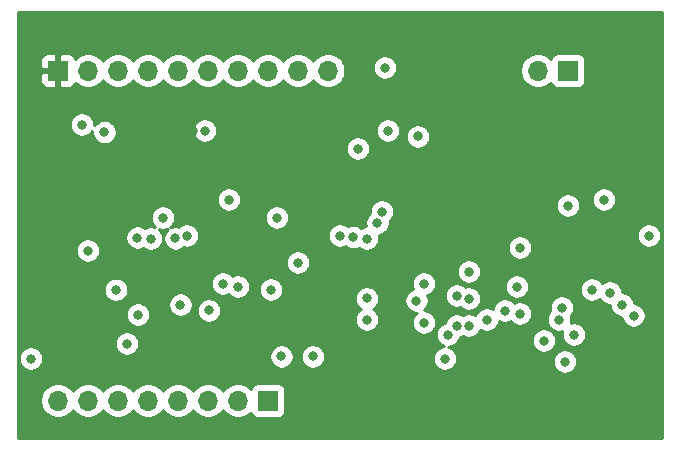
<source format=gbr>
%TF.GenerationSoftware,KiCad,Pcbnew,(5.1.10-1-10_14)*%
%TF.CreationDate,2021-11-15T20:19:36-05:00*%
%TF.ProjectId,interrupts,696e7465-7272-4757-9074-732e6b696361,rev?*%
%TF.SameCoordinates,Original*%
%TF.FileFunction,Copper,L3,Inr*%
%TF.FilePolarity,Positive*%
%FSLAX46Y46*%
G04 Gerber Fmt 4.6, Leading zero omitted, Abs format (unit mm)*
G04 Created by KiCad (PCBNEW (5.1.10-1-10_14)) date 2021-11-15 20:19:36*
%MOMM*%
%LPD*%
G01*
G04 APERTURE LIST*
%TA.AperFunction,ComponentPad*%
%ADD10O,1.700000X1.700000*%
%TD*%
%TA.AperFunction,ComponentPad*%
%ADD11R,1.700000X1.700000*%
%TD*%
%TA.AperFunction,ViaPad*%
%ADD12C,0.800000*%
%TD*%
%TA.AperFunction,Conductor*%
%ADD13C,0.254000*%
%TD*%
%TA.AperFunction,Conductor*%
%ADD14C,0.100000*%
%TD*%
G04 APERTURE END LIST*
D10*
%TO.N,~INT_REQ_1*%
%TO.C,J3*%
X178562000Y-83820000D03*
D11*
%TO.N,~INT_REQ_0*%
X181102000Y-83820000D03*
%TD*%
D10*
%TO.N,/BUS0*%
%TO.C,J2*%
X137922000Y-111760000D03*
%TO.N,/BUS1*%
X140462000Y-111760000D03*
%TO.N,/BUS2*%
X143002000Y-111760000D03*
%TO.N,/BUS3*%
X145542000Y-111760000D03*
%TO.N,/BUS4*%
X148082000Y-111760000D03*
%TO.N,/BUS5*%
X150622000Y-111760000D03*
%TO.N,/BUS6*%
X153162000Y-111760000D03*
D11*
%TO.N,/BUS7*%
X155702000Y-111760000D03*
%TD*%
D10*
%TO.N,~INTCLR0*%
%TO.C,J1*%
X160782000Y-83820000D03*
%TO.N,~INTCLR1*%
X158242000Y-83820000D03*
%TO.N,~INTCLR2*%
X155702000Y-83820000D03*
%TO.N,~INTREQ0*%
X153162000Y-83820000D03*
%TO.N,~INTREQ1*%
X150622000Y-83820000D03*
%TO.N,~INTREQ2*%
X148082000Y-83820000D03*
%TO.N,~LATCH_TIMER_INTERRUPT_DIVISION*%
X145542000Y-83820000D03*
%TO.N,XTAL*%
X143002000Y-83820000D03*
%TO.N,GND*%
X140462000Y-83820000D03*
D11*
%TO.N,VCC*%
X137922000Y-83820000D03*
%TD*%
D12*
%TO.N,GND*%
X186658010Y-104559135D03*
X179070000Y-106680000D03*
X143764000Y-106934000D03*
X146812000Y-96266000D03*
X141859000Y-89027000D03*
X165354000Y-95758000D03*
X156848611Y-108011990D03*
X139954000Y-88392000D03*
X180594000Y-103886000D03*
X172720000Y-100838000D03*
X135636000Y-108204000D03*
X187960000Y-97790000D03*
X183134000Y-102362000D03*
X168910000Y-105156000D03*
X148844000Y-97790000D03*
X142825000Y-102375431D03*
X162941000Y-97917000D03*
X156464000Y-96266000D03*
%TO.N,VCC*%
X178562000Y-89662000D03*
X181102000Y-89662000D03*
X137414000Y-103124000D03*
X143764000Y-87630000D03*
X162814000Y-88646000D03*
X135382000Y-90932000D03*
X180594000Y-99060000D03*
X149352000Y-88900000D03*
X152400000Y-104648000D03*
X165608008Y-104902000D03*
X173736000Y-98552000D03*
X147006946Y-102243892D03*
X160020000Y-98044000D03*
%TO.N,Net-(U7-Pad15)*%
X140462000Y-99060000D03*
X161798000Y-97790000D03*
%TO.N,Net-(U7-Pad14)*%
X159512000Y-108011990D03*
X144700032Y-104478019D03*
%TO.N,Net-(U7-Pad13)*%
X168278611Y-103293979D03*
X148297678Y-103644286D03*
%TO.N,~INT_REQ_1*%
X163322000Y-90424000D03*
X164979944Y-96714384D03*
%TO.N,~INTREQ0*%
X165607996Y-83566000D03*
X184150022Y-94742000D03*
%TO.N,~INTCLR2*%
X150368000Y-88900000D03*
%TO.N,~INTCLR1*%
X152400000Y-94742000D03*
%TO.N,~INTCLR0*%
X181102000Y-95250000D03*
%TO.N,Net-(U6-Pad1)*%
X150694824Y-104116032D03*
X144647043Y-97959979D03*
%TO.N,Net-(U7-Pad19)*%
X145796000Y-98044000D03*
X147874641Y-98035698D03*
%TO.N,Net-(U7-Pad17)*%
X155956000Y-102362000D03*
X153162000Y-102108000D03*
%TO.N,Net-(U7-Pad12)*%
X151892000Y-101854000D03*
X168910000Y-101854000D03*
%TO.N,Net-(U8-Pad13)*%
X164084000Y-104902000D03*
X164084000Y-103101978D03*
%TO.N,Net-(U8-Pad11)*%
X158242000Y-100076000D03*
X164084000Y-98044000D03*
%TO.N,Net-(U10-Pad5)*%
X174244000Y-104902000D03*
X175768000Y-104140000D03*
%TO.N,Net-(U10-Pad13)*%
X171704000Y-102870000D03*
X170688000Y-108204000D03*
%TO.N,Net-(U10-Pad12)*%
X170942000Y-106172000D03*
X172720000Y-103124000D03*
%TO.N,Net-(U10-Pad9)*%
X171704000Y-105410000D03*
X177038000Y-98806000D03*
%TO.N,Net-(U10-Pad10)*%
X172720000Y-105410000D03*
X176784000Y-102108000D03*
%TO.N,Net-(U10-Pad6)*%
X180340000Y-104902000D03*
X177038000Y-104394000D03*
%TO.N,Net-(U10-Pad3)*%
X180848000Y-108458000D03*
X181610000Y-106172000D03*
%TO.N,Net-(U11-Pad10)*%
X184658000Y-102616000D03*
X185674000Y-103632000D03*
%TO.N,~INTREQ2*%
X165862000Y-88900000D03*
X168402000Y-89392013D03*
%TD*%
D13*
%TO.N,VCC*%
X189078001Y-114910000D02*
X134518000Y-114910000D01*
X134518000Y-111613740D01*
X136437000Y-111613740D01*
X136437000Y-111906260D01*
X136494068Y-112193158D01*
X136606010Y-112463411D01*
X136768525Y-112706632D01*
X136975368Y-112913475D01*
X137218589Y-113075990D01*
X137488842Y-113187932D01*
X137775740Y-113245000D01*
X138068260Y-113245000D01*
X138355158Y-113187932D01*
X138625411Y-113075990D01*
X138868632Y-112913475D01*
X139075475Y-112706632D01*
X139192000Y-112532240D01*
X139308525Y-112706632D01*
X139515368Y-112913475D01*
X139758589Y-113075990D01*
X140028842Y-113187932D01*
X140315740Y-113245000D01*
X140608260Y-113245000D01*
X140895158Y-113187932D01*
X141165411Y-113075990D01*
X141408632Y-112913475D01*
X141615475Y-112706632D01*
X141732000Y-112532240D01*
X141848525Y-112706632D01*
X142055368Y-112913475D01*
X142298589Y-113075990D01*
X142568842Y-113187932D01*
X142855740Y-113245000D01*
X143148260Y-113245000D01*
X143435158Y-113187932D01*
X143705411Y-113075990D01*
X143948632Y-112913475D01*
X144155475Y-112706632D01*
X144272000Y-112532240D01*
X144388525Y-112706632D01*
X144595368Y-112913475D01*
X144838589Y-113075990D01*
X145108842Y-113187932D01*
X145395740Y-113245000D01*
X145688260Y-113245000D01*
X145975158Y-113187932D01*
X146245411Y-113075990D01*
X146488632Y-112913475D01*
X146695475Y-112706632D01*
X146812000Y-112532240D01*
X146928525Y-112706632D01*
X147135368Y-112913475D01*
X147378589Y-113075990D01*
X147648842Y-113187932D01*
X147935740Y-113245000D01*
X148228260Y-113245000D01*
X148515158Y-113187932D01*
X148785411Y-113075990D01*
X149028632Y-112913475D01*
X149235475Y-112706632D01*
X149352000Y-112532240D01*
X149468525Y-112706632D01*
X149675368Y-112913475D01*
X149918589Y-113075990D01*
X150188842Y-113187932D01*
X150475740Y-113245000D01*
X150768260Y-113245000D01*
X151055158Y-113187932D01*
X151325411Y-113075990D01*
X151568632Y-112913475D01*
X151775475Y-112706632D01*
X151892000Y-112532240D01*
X152008525Y-112706632D01*
X152215368Y-112913475D01*
X152458589Y-113075990D01*
X152728842Y-113187932D01*
X153015740Y-113245000D01*
X153308260Y-113245000D01*
X153595158Y-113187932D01*
X153865411Y-113075990D01*
X154108632Y-112913475D01*
X154240487Y-112781620D01*
X154262498Y-112854180D01*
X154321463Y-112964494D01*
X154400815Y-113061185D01*
X154497506Y-113140537D01*
X154607820Y-113199502D01*
X154727518Y-113235812D01*
X154852000Y-113248072D01*
X156552000Y-113248072D01*
X156676482Y-113235812D01*
X156796180Y-113199502D01*
X156906494Y-113140537D01*
X157003185Y-113061185D01*
X157082537Y-112964494D01*
X157141502Y-112854180D01*
X157177812Y-112734482D01*
X157190072Y-112610000D01*
X157190072Y-110910000D01*
X157177812Y-110785518D01*
X157141502Y-110665820D01*
X157082537Y-110555506D01*
X157003185Y-110458815D01*
X156906494Y-110379463D01*
X156796180Y-110320498D01*
X156676482Y-110284188D01*
X156552000Y-110271928D01*
X154852000Y-110271928D01*
X154727518Y-110284188D01*
X154607820Y-110320498D01*
X154497506Y-110379463D01*
X154400815Y-110458815D01*
X154321463Y-110555506D01*
X154262498Y-110665820D01*
X154240487Y-110738380D01*
X154108632Y-110606525D01*
X153865411Y-110444010D01*
X153595158Y-110332068D01*
X153308260Y-110275000D01*
X153015740Y-110275000D01*
X152728842Y-110332068D01*
X152458589Y-110444010D01*
X152215368Y-110606525D01*
X152008525Y-110813368D01*
X151892000Y-110987760D01*
X151775475Y-110813368D01*
X151568632Y-110606525D01*
X151325411Y-110444010D01*
X151055158Y-110332068D01*
X150768260Y-110275000D01*
X150475740Y-110275000D01*
X150188842Y-110332068D01*
X149918589Y-110444010D01*
X149675368Y-110606525D01*
X149468525Y-110813368D01*
X149352000Y-110987760D01*
X149235475Y-110813368D01*
X149028632Y-110606525D01*
X148785411Y-110444010D01*
X148515158Y-110332068D01*
X148228260Y-110275000D01*
X147935740Y-110275000D01*
X147648842Y-110332068D01*
X147378589Y-110444010D01*
X147135368Y-110606525D01*
X146928525Y-110813368D01*
X146812000Y-110987760D01*
X146695475Y-110813368D01*
X146488632Y-110606525D01*
X146245411Y-110444010D01*
X145975158Y-110332068D01*
X145688260Y-110275000D01*
X145395740Y-110275000D01*
X145108842Y-110332068D01*
X144838589Y-110444010D01*
X144595368Y-110606525D01*
X144388525Y-110813368D01*
X144272000Y-110987760D01*
X144155475Y-110813368D01*
X143948632Y-110606525D01*
X143705411Y-110444010D01*
X143435158Y-110332068D01*
X143148260Y-110275000D01*
X142855740Y-110275000D01*
X142568842Y-110332068D01*
X142298589Y-110444010D01*
X142055368Y-110606525D01*
X141848525Y-110813368D01*
X141732000Y-110987760D01*
X141615475Y-110813368D01*
X141408632Y-110606525D01*
X141165411Y-110444010D01*
X140895158Y-110332068D01*
X140608260Y-110275000D01*
X140315740Y-110275000D01*
X140028842Y-110332068D01*
X139758589Y-110444010D01*
X139515368Y-110606525D01*
X139308525Y-110813368D01*
X139192000Y-110987760D01*
X139075475Y-110813368D01*
X138868632Y-110606525D01*
X138625411Y-110444010D01*
X138355158Y-110332068D01*
X138068260Y-110275000D01*
X137775740Y-110275000D01*
X137488842Y-110332068D01*
X137218589Y-110444010D01*
X136975368Y-110606525D01*
X136768525Y-110813368D01*
X136606010Y-111056589D01*
X136494068Y-111326842D01*
X136437000Y-111613740D01*
X134518000Y-111613740D01*
X134518000Y-108102061D01*
X134601000Y-108102061D01*
X134601000Y-108305939D01*
X134640774Y-108505898D01*
X134718795Y-108694256D01*
X134832063Y-108863774D01*
X134976226Y-109007937D01*
X135145744Y-109121205D01*
X135334102Y-109199226D01*
X135534061Y-109239000D01*
X135737939Y-109239000D01*
X135937898Y-109199226D01*
X136126256Y-109121205D01*
X136295774Y-109007937D01*
X136439937Y-108863774D01*
X136553205Y-108694256D01*
X136631226Y-108505898D01*
X136671000Y-108305939D01*
X136671000Y-108102061D01*
X136631226Y-107902102D01*
X136553205Y-107713744D01*
X136439937Y-107544226D01*
X136295774Y-107400063D01*
X136126256Y-107286795D01*
X135937898Y-107208774D01*
X135737939Y-107169000D01*
X135534061Y-107169000D01*
X135334102Y-107208774D01*
X135145744Y-107286795D01*
X134976226Y-107400063D01*
X134832063Y-107544226D01*
X134718795Y-107713744D01*
X134640774Y-107902102D01*
X134601000Y-108102061D01*
X134518000Y-108102061D01*
X134518000Y-106832061D01*
X142729000Y-106832061D01*
X142729000Y-107035939D01*
X142768774Y-107235898D01*
X142846795Y-107424256D01*
X142960063Y-107593774D01*
X143104226Y-107737937D01*
X143273744Y-107851205D01*
X143462102Y-107929226D01*
X143662061Y-107969000D01*
X143865939Y-107969000D01*
X144065898Y-107929226D01*
X144112190Y-107910051D01*
X155813611Y-107910051D01*
X155813611Y-108113929D01*
X155853385Y-108313888D01*
X155931406Y-108502246D01*
X156044674Y-108671764D01*
X156188837Y-108815927D01*
X156358355Y-108929195D01*
X156546713Y-109007216D01*
X156746672Y-109046990D01*
X156950550Y-109046990D01*
X157150509Y-109007216D01*
X157338867Y-108929195D01*
X157508385Y-108815927D01*
X157652548Y-108671764D01*
X157765816Y-108502246D01*
X157843837Y-108313888D01*
X157883611Y-108113929D01*
X157883611Y-107910051D01*
X158477000Y-107910051D01*
X158477000Y-108113929D01*
X158516774Y-108313888D01*
X158594795Y-108502246D01*
X158708063Y-108671764D01*
X158852226Y-108815927D01*
X159021744Y-108929195D01*
X159210102Y-109007216D01*
X159410061Y-109046990D01*
X159613939Y-109046990D01*
X159813898Y-109007216D01*
X160002256Y-108929195D01*
X160171774Y-108815927D01*
X160315937Y-108671764D01*
X160429205Y-108502246D01*
X160507226Y-108313888D01*
X160547000Y-108113929D01*
X160547000Y-108102061D01*
X169653000Y-108102061D01*
X169653000Y-108305939D01*
X169692774Y-108505898D01*
X169770795Y-108694256D01*
X169884063Y-108863774D01*
X170028226Y-109007937D01*
X170197744Y-109121205D01*
X170386102Y-109199226D01*
X170586061Y-109239000D01*
X170789939Y-109239000D01*
X170989898Y-109199226D01*
X171178256Y-109121205D01*
X171347774Y-109007937D01*
X171491937Y-108863774D01*
X171605205Y-108694256D01*
X171683226Y-108505898D01*
X171713030Y-108356061D01*
X179813000Y-108356061D01*
X179813000Y-108559939D01*
X179852774Y-108759898D01*
X179930795Y-108948256D01*
X180044063Y-109117774D01*
X180188226Y-109261937D01*
X180357744Y-109375205D01*
X180546102Y-109453226D01*
X180746061Y-109493000D01*
X180949939Y-109493000D01*
X181149898Y-109453226D01*
X181338256Y-109375205D01*
X181507774Y-109261937D01*
X181651937Y-109117774D01*
X181765205Y-108948256D01*
X181843226Y-108759898D01*
X181883000Y-108559939D01*
X181883000Y-108356061D01*
X181843226Y-108156102D01*
X181765205Y-107967744D01*
X181651937Y-107798226D01*
X181507774Y-107654063D01*
X181338256Y-107540795D01*
X181149898Y-107462774D01*
X180949939Y-107423000D01*
X180746061Y-107423000D01*
X180546102Y-107462774D01*
X180357744Y-107540795D01*
X180188226Y-107654063D01*
X180044063Y-107798226D01*
X179930795Y-107967744D01*
X179852774Y-108156102D01*
X179813000Y-108356061D01*
X171713030Y-108356061D01*
X171723000Y-108305939D01*
X171723000Y-108102061D01*
X171683226Y-107902102D01*
X171605205Y-107713744D01*
X171491937Y-107544226D01*
X171347774Y-107400063D01*
X171178256Y-107286795D01*
X170989898Y-107208774D01*
X170980979Y-107207000D01*
X171043939Y-107207000D01*
X171243898Y-107167226D01*
X171432256Y-107089205D01*
X171601774Y-106975937D01*
X171745937Y-106831774D01*
X171859205Y-106662256D01*
X171894079Y-106578061D01*
X178035000Y-106578061D01*
X178035000Y-106781939D01*
X178074774Y-106981898D01*
X178152795Y-107170256D01*
X178266063Y-107339774D01*
X178410226Y-107483937D01*
X178579744Y-107597205D01*
X178768102Y-107675226D01*
X178968061Y-107715000D01*
X179171939Y-107715000D01*
X179371898Y-107675226D01*
X179560256Y-107597205D01*
X179729774Y-107483937D01*
X179873937Y-107339774D01*
X179987205Y-107170256D01*
X180065226Y-106981898D01*
X180105000Y-106781939D01*
X180105000Y-106578061D01*
X180065226Y-106378102D01*
X179987205Y-106189744D01*
X179873937Y-106020226D01*
X179729774Y-105876063D01*
X179560256Y-105762795D01*
X179371898Y-105684774D01*
X179171939Y-105645000D01*
X178968061Y-105645000D01*
X178768102Y-105684774D01*
X178579744Y-105762795D01*
X178410226Y-105876063D01*
X178266063Y-106020226D01*
X178152795Y-106189744D01*
X178074774Y-106378102D01*
X178035000Y-106578061D01*
X171894079Y-106578061D01*
X171937226Y-106473898D01*
X171948619Y-106416619D01*
X172005898Y-106405226D01*
X172194256Y-106327205D01*
X172212000Y-106315349D01*
X172229744Y-106327205D01*
X172418102Y-106405226D01*
X172618061Y-106445000D01*
X172821939Y-106445000D01*
X173021898Y-106405226D01*
X173210256Y-106327205D01*
X173379774Y-106213937D01*
X173523937Y-106069774D01*
X173637205Y-105900256D01*
X173688763Y-105775786D01*
X173753744Y-105819205D01*
X173942102Y-105897226D01*
X174142061Y-105937000D01*
X174345939Y-105937000D01*
X174545898Y-105897226D01*
X174734256Y-105819205D01*
X174903774Y-105705937D01*
X175047937Y-105561774D01*
X175161205Y-105392256D01*
X175239226Y-105203898D01*
X175269500Y-105051697D01*
X175277744Y-105057205D01*
X175466102Y-105135226D01*
X175666061Y-105175000D01*
X175869939Y-105175000D01*
X176069898Y-105135226D01*
X176243575Y-105063286D01*
X176378226Y-105197937D01*
X176547744Y-105311205D01*
X176736102Y-105389226D01*
X176936061Y-105429000D01*
X177139939Y-105429000D01*
X177339898Y-105389226D01*
X177528256Y-105311205D01*
X177697774Y-105197937D01*
X177841937Y-105053774D01*
X177955205Y-104884256D01*
X177990079Y-104800061D01*
X179305000Y-104800061D01*
X179305000Y-105003939D01*
X179344774Y-105203898D01*
X179422795Y-105392256D01*
X179536063Y-105561774D01*
X179680226Y-105705937D01*
X179849744Y-105819205D01*
X180038102Y-105897226D01*
X180238061Y-105937000D01*
X180441939Y-105937000D01*
X180608039Y-105903961D01*
X180575000Y-106070061D01*
X180575000Y-106273939D01*
X180614774Y-106473898D01*
X180692795Y-106662256D01*
X180806063Y-106831774D01*
X180950226Y-106975937D01*
X181119744Y-107089205D01*
X181308102Y-107167226D01*
X181508061Y-107207000D01*
X181711939Y-107207000D01*
X181911898Y-107167226D01*
X182100256Y-107089205D01*
X182269774Y-106975937D01*
X182413937Y-106831774D01*
X182527205Y-106662256D01*
X182605226Y-106473898D01*
X182645000Y-106273939D01*
X182645000Y-106070061D01*
X182605226Y-105870102D01*
X182527205Y-105681744D01*
X182413937Y-105512226D01*
X182269774Y-105368063D01*
X182100256Y-105254795D01*
X181911898Y-105176774D01*
X181711939Y-105137000D01*
X181508061Y-105137000D01*
X181341961Y-105170039D01*
X181375000Y-105003939D01*
X181375000Y-104800061D01*
X181336617Y-104607094D01*
X181397937Y-104545774D01*
X181511205Y-104376256D01*
X181589226Y-104187898D01*
X181629000Y-103987939D01*
X181629000Y-103784061D01*
X181589226Y-103584102D01*
X181511205Y-103395744D01*
X181397937Y-103226226D01*
X181253774Y-103082063D01*
X181084256Y-102968795D01*
X180895898Y-102890774D01*
X180695939Y-102851000D01*
X180492061Y-102851000D01*
X180292102Y-102890774D01*
X180103744Y-102968795D01*
X179934226Y-103082063D01*
X179790063Y-103226226D01*
X179676795Y-103395744D01*
X179598774Y-103584102D01*
X179559000Y-103784061D01*
X179559000Y-103987939D01*
X179597383Y-104180906D01*
X179536063Y-104242226D01*
X179422795Y-104411744D01*
X179344774Y-104600102D01*
X179305000Y-104800061D01*
X177990079Y-104800061D01*
X178033226Y-104695898D01*
X178073000Y-104495939D01*
X178073000Y-104292061D01*
X178033226Y-104092102D01*
X177955205Y-103903744D01*
X177841937Y-103734226D01*
X177697774Y-103590063D01*
X177528256Y-103476795D01*
X177339898Y-103398774D01*
X177139939Y-103359000D01*
X176936061Y-103359000D01*
X176736102Y-103398774D01*
X176562425Y-103470714D01*
X176427774Y-103336063D01*
X176258256Y-103222795D01*
X176069898Y-103144774D01*
X175869939Y-103105000D01*
X175666061Y-103105000D01*
X175466102Y-103144774D01*
X175277744Y-103222795D01*
X175108226Y-103336063D01*
X174964063Y-103480226D01*
X174850795Y-103649744D01*
X174772774Y-103838102D01*
X174742500Y-103990303D01*
X174734256Y-103984795D01*
X174545898Y-103906774D01*
X174345939Y-103867000D01*
X174142061Y-103867000D01*
X173942102Y-103906774D01*
X173753744Y-103984795D01*
X173584226Y-104098063D01*
X173440063Y-104242226D01*
X173326795Y-104411744D01*
X173275237Y-104536214D01*
X173210256Y-104492795D01*
X173021898Y-104414774D01*
X172821939Y-104375000D01*
X172618061Y-104375000D01*
X172418102Y-104414774D01*
X172229744Y-104492795D01*
X172212000Y-104504651D01*
X172194256Y-104492795D01*
X172005898Y-104414774D01*
X171805939Y-104375000D01*
X171602061Y-104375000D01*
X171402102Y-104414774D01*
X171213744Y-104492795D01*
X171044226Y-104606063D01*
X170900063Y-104750226D01*
X170786795Y-104919744D01*
X170708774Y-105108102D01*
X170697381Y-105165381D01*
X170640102Y-105176774D01*
X170451744Y-105254795D01*
X170282226Y-105368063D01*
X170138063Y-105512226D01*
X170024795Y-105681744D01*
X169946774Y-105870102D01*
X169907000Y-106070061D01*
X169907000Y-106273939D01*
X169946774Y-106473898D01*
X170024795Y-106662256D01*
X170138063Y-106831774D01*
X170282226Y-106975937D01*
X170451744Y-107089205D01*
X170640102Y-107167226D01*
X170649021Y-107169000D01*
X170586061Y-107169000D01*
X170386102Y-107208774D01*
X170197744Y-107286795D01*
X170028226Y-107400063D01*
X169884063Y-107544226D01*
X169770795Y-107713744D01*
X169692774Y-107902102D01*
X169653000Y-108102061D01*
X160547000Y-108102061D01*
X160547000Y-107910051D01*
X160507226Y-107710092D01*
X160429205Y-107521734D01*
X160315937Y-107352216D01*
X160171774Y-107208053D01*
X160002256Y-107094785D01*
X159813898Y-107016764D01*
X159613939Y-106976990D01*
X159410061Y-106976990D01*
X159210102Y-107016764D01*
X159021744Y-107094785D01*
X158852226Y-107208053D01*
X158708063Y-107352216D01*
X158594795Y-107521734D01*
X158516774Y-107710092D01*
X158477000Y-107910051D01*
X157883611Y-107910051D01*
X157843837Y-107710092D01*
X157765816Y-107521734D01*
X157652548Y-107352216D01*
X157508385Y-107208053D01*
X157338867Y-107094785D01*
X157150509Y-107016764D01*
X156950550Y-106976990D01*
X156746672Y-106976990D01*
X156546713Y-107016764D01*
X156358355Y-107094785D01*
X156188837Y-107208053D01*
X156044674Y-107352216D01*
X155931406Y-107521734D01*
X155853385Y-107710092D01*
X155813611Y-107910051D01*
X144112190Y-107910051D01*
X144254256Y-107851205D01*
X144423774Y-107737937D01*
X144567937Y-107593774D01*
X144681205Y-107424256D01*
X144759226Y-107235898D01*
X144799000Y-107035939D01*
X144799000Y-106832061D01*
X144759226Y-106632102D01*
X144681205Y-106443744D01*
X144567937Y-106274226D01*
X144423774Y-106130063D01*
X144254256Y-106016795D01*
X144065898Y-105938774D01*
X143865939Y-105899000D01*
X143662061Y-105899000D01*
X143462102Y-105938774D01*
X143273744Y-106016795D01*
X143104226Y-106130063D01*
X142960063Y-106274226D01*
X142846795Y-106443744D01*
X142768774Y-106632102D01*
X142729000Y-106832061D01*
X134518000Y-106832061D01*
X134518000Y-104376080D01*
X143665032Y-104376080D01*
X143665032Y-104579958D01*
X143704806Y-104779917D01*
X143782827Y-104968275D01*
X143896095Y-105137793D01*
X144040258Y-105281956D01*
X144209776Y-105395224D01*
X144398134Y-105473245D01*
X144598093Y-105513019D01*
X144801971Y-105513019D01*
X145001930Y-105473245D01*
X145190288Y-105395224D01*
X145359806Y-105281956D01*
X145503969Y-105137793D01*
X145617237Y-104968275D01*
X145695258Y-104779917D01*
X145735032Y-104579958D01*
X145735032Y-104376080D01*
X145695258Y-104176121D01*
X145617237Y-103987763D01*
X145503969Y-103818245D01*
X145359806Y-103674082D01*
X145190288Y-103560814D01*
X145145706Y-103542347D01*
X147262678Y-103542347D01*
X147262678Y-103746225D01*
X147302452Y-103946184D01*
X147380473Y-104134542D01*
X147493741Y-104304060D01*
X147637904Y-104448223D01*
X147807422Y-104561491D01*
X147995780Y-104639512D01*
X148195739Y-104679286D01*
X148399617Y-104679286D01*
X148599576Y-104639512D01*
X148787934Y-104561491D01*
X148957452Y-104448223D01*
X149101615Y-104304060D01*
X149214883Y-104134542D01*
X149264774Y-104014093D01*
X149659824Y-104014093D01*
X149659824Y-104217971D01*
X149699598Y-104417930D01*
X149777619Y-104606288D01*
X149890887Y-104775806D01*
X150035050Y-104919969D01*
X150204568Y-105033237D01*
X150392926Y-105111258D01*
X150592885Y-105151032D01*
X150796763Y-105151032D01*
X150996722Y-105111258D01*
X151185080Y-105033237D01*
X151354598Y-104919969D01*
X151498761Y-104775806D01*
X151612029Y-104606288D01*
X151690050Y-104417930D01*
X151729824Y-104217971D01*
X151729824Y-104014093D01*
X151690050Y-103814134D01*
X151612029Y-103625776D01*
X151498761Y-103456258D01*
X151354598Y-103312095D01*
X151185080Y-103198827D01*
X150996722Y-103120806D01*
X150796763Y-103081032D01*
X150592885Y-103081032D01*
X150392926Y-103120806D01*
X150204568Y-103198827D01*
X150035050Y-103312095D01*
X149890887Y-103456258D01*
X149777619Y-103625776D01*
X149699598Y-103814134D01*
X149659824Y-104014093D01*
X149264774Y-104014093D01*
X149292904Y-103946184D01*
X149332678Y-103746225D01*
X149332678Y-103542347D01*
X149292904Y-103342388D01*
X149214883Y-103154030D01*
X149101615Y-102984512D01*
X148957452Y-102840349D01*
X148787934Y-102727081D01*
X148599576Y-102649060D01*
X148399617Y-102609286D01*
X148195739Y-102609286D01*
X147995780Y-102649060D01*
X147807422Y-102727081D01*
X147637904Y-102840349D01*
X147493741Y-102984512D01*
X147380473Y-103154030D01*
X147302452Y-103342388D01*
X147262678Y-103542347D01*
X145145706Y-103542347D01*
X145001930Y-103482793D01*
X144801971Y-103443019D01*
X144598093Y-103443019D01*
X144398134Y-103482793D01*
X144209776Y-103560814D01*
X144040258Y-103674082D01*
X143896095Y-103818245D01*
X143782827Y-103987763D01*
X143704806Y-104176121D01*
X143665032Y-104376080D01*
X134518000Y-104376080D01*
X134518000Y-102273492D01*
X141790000Y-102273492D01*
X141790000Y-102477370D01*
X141829774Y-102677329D01*
X141907795Y-102865687D01*
X142021063Y-103035205D01*
X142165226Y-103179368D01*
X142334744Y-103292636D01*
X142523102Y-103370657D01*
X142723061Y-103410431D01*
X142926939Y-103410431D01*
X143126898Y-103370657D01*
X143315256Y-103292636D01*
X143484774Y-103179368D01*
X143628937Y-103035205D01*
X143742205Y-102865687D01*
X143820226Y-102677329D01*
X143860000Y-102477370D01*
X143860000Y-102273492D01*
X143820226Y-102073533D01*
X143742205Y-101885175D01*
X143653262Y-101752061D01*
X150857000Y-101752061D01*
X150857000Y-101955939D01*
X150896774Y-102155898D01*
X150974795Y-102344256D01*
X151088063Y-102513774D01*
X151232226Y-102657937D01*
X151401744Y-102771205D01*
X151590102Y-102849226D01*
X151790061Y-102889000D01*
X151993939Y-102889000D01*
X152193898Y-102849226D01*
X152367575Y-102777286D01*
X152502226Y-102911937D01*
X152671744Y-103025205D01*
X152860102Y-103103226D01*
X153060061Y-103143000D01*
X153263939Y-103143000D01*
X153463898Y-103103226D01*
X153652256Y-103025205D01*
X153821774Y-102911937D01*
X153965937Y-102767774D01*
X154079205Y-102598256D01*
X154157226Y-102409898D01*
X154187030Y-102260061D01*
X154921000Y-102260061D01*
X154921000Y-102463939D01*
X154960774Y-102663898D01*
X155038795Y-102852256D01*
X155152063Y-103021774D01*
X155296226Y-103165937D01*
X155465744Y-103279205D01*
X155654102Y-103357226D01*
X155854061Y-103397000D01*
X156057939Y-103397000D01*
X156257898Y-103357226D01*
X156446256Y-103279205D01*
X156615774Y-103165937D01*
X156759937Y-103021774D01*
X156774459Y-103000039D01*
X163049000Y-103000039D01*
X163049000Y-103203917D01*
X163088774Y-103403876D01*
X163166795Y-103592234D01*
X163280063Y-103761752D01*
X163424226Y-103905915D01*
X163568011Y-104001989D01*
X163424226Y-104098063D01*
X163280063Y-104242226D01*
X163166795Y-104411744D01*
X163088774Y-104600102D01*
X163049000Y-104800061D01*
X163049000Y-105003939D01*
X163088774Y-105203898D01*
X163166795Y-105392256D01*
X163280063Y-105561774D01*
X163424226Y-105705937D01*
X163593744Y-105819205D01*
X163782102Y-105897226D01*
X163982061Y-105937000D01*
X164185939Y-105937000D01*
X164385898Y-105897226D01*
X164574256Y-105819205D01*
X164743774Y-105705937D01*
X164887937Y-105561774D01*
X165001205Y-105392256D01*
X165079226Y-105203898D01*
X165119000Y-105003939D01*
X165119000Y-104800061D01*
X165079226Y-104600102D01*
X165001205Y-104411744D01*
X164887937Y-104242226D01*
X164743774Y-104098063D01*
X164599989Y-104001989D01*
X164743774Y-103905915D01*
X164887937Y-103761752D01*
X165001205Y-103592234D01*
X165079226Y-103403876D01*
X165119000Y-103203917D01*
X165119000Y-103192040D01*
X167243611Y-103192040D01*
X167243611Y-103395918D01*
X167283385Y-103595877D01*
X167361406Y-103784235D01*
X167474674Y-103953753D01*
X167618837Y-104097916D01*
X167788355Y-104211184D01*
X167976713Y-104289205D01*
X168176672Y-104328979D01*
X168284774Y-104328979D01*
X168250226Y-104352063D01*
X168106063Y-104496226D01*
X167992795Y-104665744D01*
X167914774Y-104854102D01*
X167875000Y-105054061D01*
X167875000Y-105257939D01*
X167914774Y-105457898D01*
X167992795Y-105646256D01*
X168106063Y-105815774D01*
X168250226Y-105959937D01*
X168419744Y-106073205D01*
X168608102Y-106151226D01*
X168808061Y-106191000D01*
X169011939Y-106191000D01*
X169211898Y-106151226D01*
X169400256Y-106073205D01*
X169569774Y-105959937D01*
X169713937Y-105815774D01*
X169827205Y-105646256D01*
X169905226Y-105457898D01*
X169945000Y-105257939D01*
X169945000Y-105054061D01*
X169905226Y-104854102D01*
X169827205Y-104665744D01*
X169713937Y-104496226D01*
X169569774Y-104352063D01*
X169400256Y-104238795D01*
X169211898Y-104160774D01*
X169011939Y-104121000D01*
X168903837Y-104121000D01*
X168938385Y-104097916D01*
X169082548Y-103953753D01*
X169195816Y-103784235D01*
X169273837Y-103595877D01*
X169313611Y-103395918D01*
X169313611Y-103192040D01*
X169273837Y-102992081D01*
X169214259Y-102848248D01*
X169400256Y-102771205D01*
X169404961Y-102768061D01*
X170669000Y-102768061D01*
X170669000Y-102971939D01*
X170708774Y-103171898D01*
X170786795Y-103360256D01*
X170900063Y-103529774D01*
X171044226Y-103673937D01*
X171213744Y-103787205D01*
X171402102Y-103865226D01*
X171602061Y-103905000D01*
X171805939Y-103905000D01*
X171998906Y-103866617D01*
X172060226Y-103927937D01*
X172229744Y-104041205D01*
X172418102Y-104119226D01*
X172618061Y-104159000D01*
X172821939Y-104159000D01*
X173021898Y-104119226D01*
X173210256Y-104041205D01*
X173379774Y-103927937D01*
X173523937Y-103783774D01*
X173637205Y-103614256D01*
X173715226Y-103425898D01*
X173755000Y-103225939D01*
X173755000Y-103022061D01*
X173715226Y-102822102D01*
X173637205Y-102633744D01*
X173523937Y-102464226D01*
X173379774Y-102320063D01*
X173210256Y-102206795D01*
X173021898Y-102128774D01*
X172821939Y-102089000D01*
X172618061Y-102089000D01*
X172425094Y-102127383D01*
X172363774Y-102066063D01*
X172273975Y-102006061D01*
X175749000Y-102006061D01*
X175749000Y-102209939D01*
X175788774Y-102409898D01*
X175866795Y-102598256D01*
X175980063Y-102767774D01*
X176124226Y-102911937D01*
X176293744Y-103025205D01*
X176482102Y-103103226D01*
X176682061Y-103143000D01*
X176885939Y-103143000D01*
X177085898Y-103103226D01*
X177274256Y-103025205D01*
X177443774Y-102911937D01*
X177587937Y-102767774D01*
X177701205Y-102598256D01*
X177779226Y-102409898D01*
X177809030Y-102260061D01*
X182099000Y-102260061D01*
X182099000Y-102463939D01*
X182138774Y-102663898D01*
X182216795Y-102852256D01*
X182330063Y-103021774D01*
X182474226Y-103165937D01*
X182643744Y-103279205D01*
X182832102Y-103357226D01*
X183032061Y-103397000D01*
X183235939Y-103397000D01*
X183435898Y-103357226D01*
X183624256Y-103279205D01*
X183784716Y-103171989D01*
X183854063Y-103275774D01*
X183998226Y-103419937D01*
X184167744Y-103533205D01*
X184356102Y-103611226D01*
X184556061Y-103651000D01*
X184639000Y-103651000D01*
X184639000Y-103733939D01*
X184678774Y-103933898D01*
X184756795Y-104122256D01*
X184870063Y-104291774D01*
X185014226Y-104435937D01*
X185183744Y-104549205D01*
X185372102Y-104627226D01*
X185572061Y-104667000D01*
X185624189Y-104667000D01*
X185662784Y-104861033D01*
X185740805Y-105049391D01*
X185854073Y-105218909D01*
X185998236Y-105363072D01*
X186167754Y-105476340D01*
X186356112Y-105554361D01*
X186556071Y-105594135D01*
X186759949Y-105594135D01*
X186959908Y-105554361D01*
X187148266Y-105476340D01*
X187317784Y-105363072D01*
X187461947Y-105218909D01*
X187575215Y-105049391D01*
X187653236Y-104861033D01*
X187693010Y-104661074D01*
X187693010Y-104457196D01*
X187653236Y-104257237D01*
X187575215Y-104068879D01*
X187461947Y-103899361D01*
X187317784Y-103755198D01*
X187148266Y-103641930D01*
X186959908Y-103563909D01*
X186759949Y-103524135D01*
X186707821Y-103524135D01*
X186669226Y-103330102D01*
X186591205Y-103141744D01*
X186477937Y-102972226D01*
X186333774Y-102828063D01*
X186164256Y-102714795D01*
X185975898Y-102636774D01*
X185775939Y-102597000D01*
X185693000Y-102597000D01*
X185693000Y-102514061D01*
X185653226Y-102314102D01*
X185575205Y-102125744D01*
X185461937Y-101956226D01*
X185317774Y-101812063D01*
X185148256Y-101698795D01*
X184959898Y-101620774D01*
X184759939Y-101581000D01*
X184556061Y-101581000D01*
X184356102Y-101620774D01*
X184167744Y-101698795D01*
X184007284Y-101806011D01*
X183937937Y-101702226D01*
X183793774Y-101558063D01*
X183624256Y-101444795D01*
X183435898Y-101366774D01*
X183235939Y-101327000D01*
X183032061Y-101327000D01*
X182832102Y-101366774D01*
X182643744Y-101444795D01*
X182474226Y-101558063D01*
X182330063Y-101702226D01*
X182216795Y-101871744D01*
X182138774Y-102060102D01*
X182099000Y-102260061D01*
X177809030Y-102260061D01*
X177819000Y-102209939D01*
X177819000Y-102006061D01*
X177779226Y-101806102D01*
X177701205Y-101617744D01*
X177587937Y-101448226D01*
X177443774Y-101304063D01*
X177274256Y-101190795D01*
X177085898Y-101112774D01*
X176885939Y-101073000D01*
X176682061Y-101073000D01*
X176482102Y-101112774D01*
X176293744Y-101190795D01*
X176124226Y-101304063D01*
X175980063Y-101448226D01*
X175866795Y-101617744D01*
X175788774Y-101806102D01*
X175749000Y-102006061D01*
X172273975Y-102006061D01*
X172194256Y-101952795D01*
X172005898Y-101874774D01*
X171805939Y-101835000D01*
X171602061Y-101835000D01*
X171402102Y-101874774D01*
X171213744Y-101952795D01*
X171044226Y-102066063D01*
X170900063Y-102210226D01*
X170786795Y-102379744D01*
X170708774Y-102568102D01*
X170669000Y-102768061D01*
X169404961Y-102768061D01*
X169569774Y-102657937D01*
X169713937Y-102513774D01*
X169827205Y-102344256D01*
X169905226Y-102155898D01*
X169945000Y-101955939D01*
X169945000Y-101752061D01*
X169905226Y-101552102D01*
X169827205Y-101363744D01*
X169713937Y-101194226D01*
X169569774Y-101050063D01*
X169400256Y-100936795D01*
X169211898Y-100858774D01*
X169011939Y-100819000D01*
X168808061Y-100819000D01*
X168608102Y-100858774D01*
X168419744Y-100936795D01*
X168250226Y-101050063D01*
X168106063Y-101194226D01*
X167992795Y-101363744D01*
X167914774Y-101552102D01*
X167875000Y-101752061D01*
X167875000Y-101955939D01*
X167914774Y-102155898D01*
X167974352Y-102299731D01*
X167788355Y-102376774D01*
X167618837Y-102490042D01*
X167474674Y-102634205D01*
X167361406Y-102803723D01*
X167283385Y-102992081D01*
X167243611Y-103192040D01*
X165119000Y-103192040D01*
X165119000Y-103000039D01*
X165079226Y-102800080D01*
X165001205Y-102611722D01*
X164887937Y-102442204D01*
X164743774Y-102298041D01*
X164574256Y-102184773D01*
X164385898Y-102106752D01*
X164185939Y-102066978D01*
X163982061Y-102066978D01*
X163782102Y-102106752D01*
X163593744Y-102184773D01*
X163424226Y-102298041D01*
X163280063Y-102442204D01*
X163166795Y-102611722D01*
X163088774Y-102800080D01*
X163049000Y-103000039D01*
X156774459Y-103000039D01*
X156873205Y-102852256D01*
X156951226Y-102663898D01*
X156991000Y-102463939D01*
X156991000Y-102260061D01*
X156951226Y-102060102D01*
X156873205Y-101871744D01*
X156759937Y-101702226D01*
X156615774Y-101558063D01*
X156446256Y-101444795D01*
X156257898Y-101366774D01*
X156057939Y-101327000D01*
X155854061Y-101327000D01*
X155654102Y-101366774D01*
X155465744Y-101444795D01*
X155296226Y-101558063D01*
X155152063Y-101702226D01*
X155038795Y-101871744D01*
X154960774Y-102060102D01*
X154921000Y-102260061D01*
X154187030Y-102260061D01*
X154197000Y-102209939D01*
X154197000Y-102006061D01*
X154157226Y-101806102D01*
X154079205Y-101617744D01*
X153965937Y-101448226D01*
X153821774Y-101304063D01*
X153652256Y-101190795D01*
X153463898Y-101112774D01*
X153263939Y-101073000D01*
X153060061Y-101073000D01*
X152860102Y-101112774D01*
X152686425Y-101184714D01*
X152551774Y-101050063D01*
X152382256Y-100936795D01*
X152193898Y-100858774D01*
X151993939Y-100819000D01*
X151790061Y-100819000D01*
X151590102Y-100858774D01*
X151401744Y-100936795D01*
X151232226Y-101050063D01*
X151088063Y-101194226D01*
X150974795Y-101363744D01*
X150896774Y-101552102D01*
X150857000Y-101752061D01*
X143653262Y-101752061D01*
X143628937Y-101715657D01*
X143484774Y-101571494D01*
X143315256Y-101458226D01*
X143126898Y-101380205D01*
X142926939Y-101340431D01*
X142723061Y-101340431D01*
X142523102Y-101380205D01*
X142334744Y-101458226D01*
X142165226Y-101571494D01*
X142021063Y-101715657D01*
X141907795Y-101885175D01*
X141829774Y-102073533D01*
X141790000Y-102273492D01*
X134518000Y-102273492D01*
X134518000Y-98958061D01*
X139427000Y-98958061D01*
X139427000Y-99161939D01*
X139466774Y-99361898D01*
X139544795Y-99550256D01*
X139658063Y-99719774D01*
X139802226Y-99863937D01*
X139971744Y-99977205D01*
X140160102Y-100055226D01*
X140360061Y-100095000D01*
X140563939Y-100095000D01*
X140763898Y-100055226D01*
X140952256Y-99977205D01*
X140956961Y-99974061D01*
X157207000Y-99974061D01*
X157207000Y-100177939D01*
X157246774Y-100377898D01*
X157324795Y-100566256D01*
X157438063Y-100735774D01*
X157582226Y-100879937D01*
X157751744Y-100993205D01*
X157940102Y-101071226D01*
X158140061Y-101111000D01*
X158343939Y-101111000D01*
X158543898Y-101071226D01*
X158732256Y-100993205D01*
X158901774Y-100879937D01*
X159045650Y-100736061D01*
X171685000Y-100736061D01*
X171685000Y-100939939D01*
X171724774Y-101139898D01*
X171802795Y-101328256D01*
X171916063Y-101497774D01*
X172060226Y-101641937D01*
X172229744Y-101755205D01*
X172418102Y-101833226D01*
X172618061Y-101873000D01*
X172821939Y-101873000D01*
X173021898Y-101833226D01*
X173210256Y-101755205D01*
X173379774Y-101641937D01*
X173523937Y-101497774D01*
X173637205Y-101328256D01*
X173715226Y-101139898D01*
X173755000Y-100939939D01*
X173755000Y-100736061D01*
X173715226Y-100536102D01*
X173637205Y-100347744D01*
X173523937Y-100178226D01*
X173379774Y-100034063D01*
X173210256Y-99920795D01*
X173021898Y-99842774D01*
X172821939Y-99803000D01*
X172618061Y-99803000D01*
X172418102Y-99842774D01*
X172229744Y-99920795D01*
X172060226Y-100034063D01*
X171916063Y-100178226D01*
X171802795Y-100347744D01*
X171724774Y-100536102D01*
X171685000Y-100736061D01*
X159045650Y-100736061D01*
X159045937Y-100735774D01*
X159159205Y-100566256D01*
X159237226Y-100377898D01*
X159277000Y-100177939D01*
X159277000Y-99974061D01*
X159237226Y-99774102D01*
X159159205Y-99585744D01*
X159045937Y-99416226D01*
X158901774Y-99272063D01*
X158732256Y-99158795D01*
X158543898Y-99080774D01*
X158343939Y-99041000D01*
X158140061Y-99041000D01*
X157940102Y-99080774D01*
X157751744Y-99158795D01*
X157582226Y-99272063D01*
X157438063Y-99416226D01*
X157324795Y-99585744D01*
X157246774Y-99774102D01*
X157207000Y-99974061D01*
X140956961Y-99974061D01*
X141121774Y-99863937D01*
X141265937Y-99719774D01*
X141379205Y-99550256D01*
X141457226Y-99361898D01*
X141497000Y-99161939D01*
X141497000Y-98958061D01*
X141457226Y-98758102D01*
X141379205Y-98569744D01*
X141265937Y-98400226D01*
X141121774Y-98256063D01*
X140952256Y-98142795D01*
X140763898Y-98064774D01*
X140563939Y-98025000D01*
X140360061Y-98025000D01*
X140160102Y-98064774D01*
X139971744Y-98142795D01*
X139802226Y-98256063D01*
X139658063Y-98400226D01*
X139544795Y-98569744D01*
X139466774Y-98758102D01*
X139427000Y-98958061D01*
X134518000Y-98958061D01*
X134518000Y-97858040D01*
X143612043Y-97858040D01*
X143612043Y-98061918D01*
X143651817Y-98261877D01*
X143729838Y-98450235D01*
X143843106Y-98619753D01*
X143987269Y-98763916D01*
X144156787Y-98877184D01*
X144345145Y-98955205D01*
X144545104Y-98994979D01*
X144748982Y-98994979D01*
X144948941Y-98955205D01*
X145137299Y-98877184D01*
X145158648Y-98862919D01*
X145305744Y-98961205D01*
X145494102Y-99039226D01*
X145694061Y-99079000D01*
X145897939Y-99079000D01*
X146097898Y-99039226D01*
X146286256Y-98961205D01*
X146455774Y-98847937D01*
X146599937Y-98703774D01*
X146713205Y-98534256D01*
X146791226Y-98345898D01*
X146831000Y-98145939D01*
X146831000Y-97942061D01*
X146791226Y-97742102D01*
X146713205Y-97553744D01*
X146599937Y-97384226D01*
X146455774Y-97240063D01*
X146450495Y-97236536D01*
X146510102Y-97261226D01*
X146710061Y-97301000D01*
X146913939Y-97301000D01*
X147113898Y-97261226D01*
X147263528Y-97199247D01*
X147214867Y-97231761D01*
X147070704Y-97375924D01*
X146957436Y-97545442D01*
X146879415Y-97733800D01*
X146839641Y-97933759D01*
X146839641Y-98137637D01*
X146879415Y-98337596D01*
X146957436Y-98525954D01*
X147070704Y-98695472D01*
X147214867Y-98839635D01*
X147384385Y-98952903D01*
X147572743Y-99030924D01*
X147772702Y-99070698D01*
X147976580Y-99070698D01*
X148176539Y-99030924D01*
X148364897Y-98952903D01*
X148534415Y-98839635D01*
X148581072Y-98792978D01*
X148742061Y-98825000D01*
X148945939Y-98825000D01*
X149145898Y-98785226D01*
X149334256Y-98707205D01*
X149503774Y-98593937D01*
X149647937Y-98449774D01*
X149761205Y-98280256D01*
X149839226Y-98091898D01*
X149879000Y-97891939D01*
X149879000Y-97688061D01*
X160763000Y-97688061D01*
X160763000Y-97891939D01*
X160802774Y-98091898D01*
X160880795Y-98280256D01*
X160994063Y-98449774D01*
X161138226Y-98593937D01*
X161307744Y-98707205D01*
X161496102Y-98785226D01*
X161696061Y-98825000D01*
X161899939Y-98825000D01*
X162099898Y-98785226D01*
X162273575Y-98713286D01*
X162281226Y-98720937D01*
X162450744Y-98834205D01*
X162639102Y-98912226D01*
X162839061Y-98952000D01*
X163042939Y-98952000D01*
X163242898Y-98912226D01*
X163416575Y-98840286D01*
X163424226Y-98847937D01*
X163593744Y-98961205D01*
X163782102Y-99039226D01*
X163982061Y-99079000D01*
X164185939Y-99079000D01*
X164385898Y-99039226D01*
X164574256Y-98961205D01*
X164743774Y-98847937D01*
X164887650Y-98704061D01*
X176003000Y-98704061D01*
X176003000Y-98907939D01*
X176042774Y-99107898D01*
X176120795Y-99296256D01*
X176234063Y-99465774D01*
X176378226Y-99609937D01*
X176547744Y-99723205D01*
X176736102Y-99801226D01*
X176936061Y-99841000D01*
X177139939Y-99841000D01*
X177339898Y-99801226D01*
X177528256Y-99723205D01*
X177697774Y-99609937D01*
X177841937Y-99465774D01*
X177955205Y-99296256D01*
X178033226Y-99107898D01*
X178073000Y-98907939D01*
X178073000Y-98704061D01*
X178033226Y-98504102D01*
X177955205Y-98315744D01*
X177841937Y-98146226D01*
X177697774Y-98002063D01*
X177528256Y-97888795D01*
X177339898Y-97810774D01*
X177139939Y-97771000D01*
X176936061Y-97771000D01*
X176736102Y-97810774D01*
X176547744Y-97888795D01*
X176378226Y-98002063D01*
X176234063Y-98146226D01*
X176120795Y-98315744D01*
X176042774Y-98504102D01*
X176003000Y-98704061D01*
X164887650Y-98704061D01*
X164887937Y-98703774D01*
X165001205Y-98534256D01*
X165079226Y-98345898D01*
X165119000Y-98145939D01*
X165119000Y-97942061D01*
X165080674Y-97749384D01*
X165081883Y-97749384D01*
X165281842Y-97709610D01*
X165333865Y-97688061D01*
X186925000Y-97688061D01*
X186925000Y-97891939D01*
X186964774Y-98091898D01*
X187042795Y-98280256D01*
X187156063Y-98449774D01*
X187300226Y-98593937D01*
X187469744Y-98707205D01*
X187658102Y-98785226D01*
X187858061Y-98825000D01*
X188061939Y-98825000D01*
X188261898Y-98785226D01*
X188450256Y-98707205D01*
X188619774Y-98593937D01*
X188763937Y-98449774D01*
X188877205Y-98280256D01*
X188955226Y-98091898D01*
X188995000Y-97891939D01*
X188995000Y-97688061D01*
X188955226Y-97488102D01*
X188877205Y-97299744D01*
X188763937Y-97130226D01*
X188619774Y-96986063D01*
X188450256Y-96872795D01*
X188261898Y-96794774D01*
X188061939Y-96755000D01*
X187858061Y-96755000D01*
X187658102Y-96794774D01*
X187469744Y-96872795D01*
X187300226Y-96986063D01*
X187156063Y-97130226D01*
X187042795Y-97299744D01*
X186964774Y-97488102D01*
X186925000Y-97688061D01*
X165333865Y-97688061D01*
X165470200Y-97631589D01*
X165639718Y-97518321D01*
X165783881Y-97374158D01*
X165897149Y-97204640D01*
X165975170Y-97016282D01*
X166014944Y-96816323D01*
X166014944Y-96612445D01*
X166005939Y-96567172D01*
X166013774Y-96561937D01*
X166157937Y-96417774D01*
X166271205Y-96248256D01*
X166349226Y-96059898D01*
X166389000Y-95859939D01*
X166389000Y-95656061D01*
X166349226Y-95456102D01*
X166271205Y-95267744D01*
X166191236Y-95148061D01*
X180067000Y-95148061D01*
X180067000Y-95351939D01*
X180106774Y-95551898D01*
X180184795Y-95740256D01*
X180298063Y-95909774D01*
X180442226Y-96053937D01*
X180611744Y-96167205D01*
X180800102Y-96245226D01*
X181000061Y-96285000D01*
X181203939Y-96285000D01*
X181403898Y-96245226D01*
X181592256Y-96167205D01*
X181761774Y-96053937D01*
X181905937Y-95909774D01*
X182019205Y-95740256D01*
X182097226Y-95551898D01*
X182137000Y-95351939D01*
X182137000Y-95148061D01*
X182097226Y-94948102D01*
X182019205Y-94759744D01*
X181939236Y-94640061D01*
X183115022Y-94640061D01*
X183115022Y-94843939D01*
X183154796Y-95043898D01*
X183232817Y-95232256D01*
X183346085Y-95401774D01*
X183490248Y-95545937D01*
X183659766Y-95659205D01*
X183848124Y-95737226D01*
X184048083Y-95777000D01*
X184251961Y-95777000D01*
X184451920Y-95737226D01*
X184640278Y-95659205D01*
X184809796Y-95545937D01*
X184953959Y-95401774D01*
X185067227Y-95232256D01*
X185145248Y-95043898D01*
X185185022Y-94843939D01*
X185185022Y-94640061D01*
X185145248Y-94440102D01*
X185067227Y-94251744D01*
X184953959Y-94082226D01*
X184809796Y-93938063D01*
X184640278Y-93824795D01*
X184451920Y-93746774D01*
X184251961Y-93707000D01*
X184048083Y-93707000D01*
X183848124Y-93746774D01*
X183659766Y-93824795D01*
X183490248Y-93938063D01*
X183346085Y-94082226D01*
X183232817Y-94251744D01*
X183154796Y-94440102D01*
X183115022Y-94640061D01*
X181939236Y-94640061D01*
X181905937Y-94590226D01*
X181761774Y-94446063D01*
X181592256Y-94332795D01*
X181403898Y-94254774D01*
X181203939Y-94215000D01*
X181000061Y-94215000D01*
X180800102Y-94254774D01*
X180611744Y-94332795D01*
X180442226Y-94446063D01*
X180298063Y-94590226D01*
X180184795Y-94759744D01*
X180106774Y-94948102D01*
X180067000Y-95148061D01*
X166191236Y-95148061D01*
X166157937Y-95098226D01*
X166013774Y-94954063D01*
X165844256Y-94840795D01*
X165655898Y-94762774D01*
X165455939Y-94723000D01*
X165252061Y-94723000D01*
X165052102Y-94762774D01*
X164863744Y-94840795D01*
X164694226Y-94954063D01*
X164550063Y-95098226D01*
X164436795Y-95267744D01*
X164358774Y-95456102D01*
X164319000Y-95656061D01*
X164319000Y-95859939D01*
X164328005Y-95905212D01*
X164320170Y-95910447D01*
X164176007Y-96054610D01*
X164062739Y-96224128D01*
X163984718Y-96412486D01*
X163944944Y-96612445D01*
X163944944Y-96816323D01*
X163983270Y-97009000D01*
X163982061Y-97009000D01*
X163782102Y-97048774D01*
X163608425Y-97120714D01*
X163600774Y-97113063D01*
X163431256Y-96999795D01*
X163242898Y-96921774D01*
X163042939Y-96882000D01*
X162839061Y-96882000D01*
X162639102Y-96921774D01*
X162465425Y-96993714D01*
X162457774Y-96986063D01*
X162288256Y-96872795D01*
X162099898Y-96794774D01*
X161899939Y-96755000D01*
X161696061Y-96755000D01*
X161496102Y-96794774D01*
X161307744Y-96872795D01*
X161138226Y-96986063D01*
X160994063Y-97130226D01*
X160880795Y-97299744D01*
X160802774Y-97488102D01*
X160763000Y-97688061D01*
X149879000Y-97688061D01*
X149839226Y-97488102D01*
X149761205Y-97299744D01*
X149647937Y-97130226D01*
X149503774Y-96986063D01*
X149334256Y-96872795D01*
X149145898Y-96794774D01*
X148945939Y-96755000D01*
X148742061Y-96755000D01*
X148542102Y-96794774D01*
X148353744Y-96872795D01*
X148184226Y-96986063D01*
X148137569Y-97032720D01*
X147976580Y-97000698D01*
X147772702Y-97000698D01*
X147572743Y-97040472D01*
X147423113Y-97102451D01*
X147471774Y-97069937D01*
X147615937Y-96925774D01*
X147729205Y-96756256D01*
X147807226Y-96567898D01*
X147847000Y-96367939D01*
X147847000Y-96164061D01*
X155429000Y-96164061D01*
X155429000Y-96367939D01*
X155468774Y-96567898D01*
X155546795Y-96756256D01*
X155660063Y-96925774D01*
X155804226Y-97069937D01*
X155973744Y-97183205D01*
X156162102Y-97261226D01*
X156362061Y-97301000D01*
X156565939Y-97301000D01*
X156765898Y-97261226D01*
X156954256Y-97183205D01*
X157123774Y-97069937D01*
X157267937Y-96925774D01*
X157381205Y-96756256D01*
X157459226Y-96567898D01*
X157499000Y-96367939D01*
X157499000Y-96164061D01*
X157459226Y-95964102D01*
X157381205Y-95775744D01*
X157267937Y-95606226D01*
X157123774Y-95462063D01*
X156954256Y-95348795D01*
X156765898Y-95270774D01*
X156565939Y-95231000D01*
X156362061Y-95231000D01*
X156162102Y-95270774D01*
X155973744Y-95348795D01*
X155804226Y-95462063D01*
X155660063Y-95606226D01*
X155546795Y-95775744D01*
X155468774Y-95964102D01*
X155429000Y-96164061D01*
X147847000Y-96164061D01*
X147807226Y-95964102D01*
X147729205Y-95775744D01*
X147615937Y-95606226D01*
X147471774Y-95462063D01*
X147302256Y-95348795D01*
X147113898Y-95270774D01*
X146913939Y-95231000D01*
X146710061Y-95231000D01*
X146510102Y-95270774D01*
X146321744Y-95348795D01*
X146152226Y-95462063D01*
X146008063Y-95606226D01*
X145894795Y-95775744D01*
X145816774Y-95964102D01*
X145777000Y-96164061D01*
X145777000Y-96367939D01*
X145816774Y-96567898D01*
X145894795Y-96756256D01*
X146008063Y-96925774D01*
X146152226Y-97069937D01*
X146157505Y-97073464D01*
X146097898Y-97048774D01*
X145897939Y-97009000D01*
X145694061Y-97009000D01*
X145494102Y-97048774D01*
X145305744Y-97126795D01*
X145284395Y-97141060D01*
X145137299Y-97042774D01*
X144948941Y-96964753D01*
X144748982Y-96924979D01*
X144545104Y-96924979D01*
X144345145Y-96964753D01*
X144156787Y-97042774D01*
X143987269Y-97156042D01*
X143843106Y-97300205D01*
X143729838Y-97469723D01*
X143651817Y-97658081D01*
X143612043Y-97858040D01*
X134518000Y-97858040D01*
X134518000Y-94640061D01*
X151365000Y-94640061D01*
X151365000Y-94843939D01*
X151404774Y-95043898D01*
X151482795Y-95232256D01*
X151596063Y-95401774D01*
X151740226Y-95545937D01*
X151909744Y-95659205D01*
X152098102Y-95737226D01*
X152298061Y-95777000D01*
X152501939Y-95777000D01*
X152701898Y-95737226D01*
X152890256Y-95659205D01*
X153059774Y-95545937D01*
X153203937Y-95401774D01*
X153317205Y-95232256D01*
X153395226Y-95043898D01*
X153435000Y-94843939D01*
X153435000Y-94640061D01*
X153395226Y-94440102D01*
X153317205Y-94251744D01*
X153203937Y-94082226D01*
X153059774Y-93938063D01*
X152890256Y-93824795D01*
X152701898Y-93746774D01*
X152501939Y-93707000D01*
X152298061Y-93707000D01*
X152098102Y-93746774D01*
X151909744Y-93824795D01*
X151740226Y-93938063D01*
X151596063Y-94082226D01*
X151482795Y-94251744D01*
X151404774Y-94440102D01*
X151365000Y-94640061D01*
X134518000Y-94640061D01*
X134518000Y-90322061D01*
X162287000Y-90322061D01*
X162287000Y-90525939D01*
X162326774Y-90725898D01*
X162404795Y-90914256D01*
X162518063Y-91083774D01*
X162662226Y-91227937D01*
X162831744Y-91341205D01*
X163020102Y-91419226D01*
X163220061Y-91459000D01*
X163423939Y-91459000D01*
X163623898Y-91419226D01*
X163812256Y-91341205D01*
X163981774Y-91227937D01*
X164125937Y-91083774D01*
X164239205Y-90914256D01*
X164317226Y-90725898D01*
X164357000Y-90525939D01*
X164357000Y-90322061D01*
X164317226Y-90122102D01*
X164239205Y-89933744D01*
X164125937Y-89764226D01*
X163981774Y-89620063D01*
X163812256Y-89506795D01*
X163623898Y-89428774D01*
X163423939Y-89389000D01*
X163220061Y-89389000D01*
X163020102Y-89428774D01*
X162831744Y-89506795D01*
X162662226Y-89620063D01*
X162518063Y-89764226D01*
X162404795Y-89933744D01*
X162326774Y-90122102D01*
X162287000Y-90322061D01*
X134518000Y-90322061D01*
X134518000Y-88290061D01*
X138919000Y-88290061D01*
X138919000Y-88493939D01*
X138958774Y-88693898D01*
X139036795Y-88882256D01*
X139150063Y-89051774D01*
X139294226Y-89195937D01*
X139463744Y-89309205D01*
X139652102Y-89387226D01*
X139852061Y-89427000D01*
X140055939Y-89427000D01*
X140255898Y-89387226D01*
X140444256Y-89309205D01*
X140613774Y-89195937D01*
X140757937Y-89051774D01*
X140824000Y-88952903D01*
X140824000Y-89128939D01*
X140863774Y-89328898D01*
X140941795Y-89517256D01*
X141055063Y-89686774D01*
X141199226Y-89830937D01*
X141368744Y-89944205D01*
X141557102Y-90022226D01*
X141757061Y-90062000D01*
X141960939Y-90062000D01*
X142160898Y-90022226D01*
X142349256Y-89944205D01*
X142518774Y-89830937D01*
X142662937Y-89686774D01*
X142776205Y-89517256D01*
X142854226Y-89328898D01*
X142894000Y-89128939D01*
X142894000Y-88925061D01*
X142868739Y-88798061D01*
X149333000Y-88798061D01*
X149333000Y-89001939D01*
X149372774Y-89201898D01*
X149450795Y-89390256D01*
X149564063Y-89559774D01*
X149708226Y-89703937D01*
X149877744Y-89817205D01*
X150066102Y-89895226D01*
X150266061Y-89935000D01*
X150469939Y-89935000D01*
X150669898Y-89895226D01*
X150858256Y-89817205D01*
X151027774Y-89703937D01*
X151171937Y-89559774D01*
X151285205Y-89390256D01*
X151363226Y-89201898D01*
X151403000Y-89001939D01*
X151403000Y-88798061D01*
X164827000Y-88798061D01*
X164827000Y-89001939D01*
X164866774Y-89201898D01*
X164944795Y-89390256D01*
X165058063Y-89559774D01*
X165202226Y-89703937D01*
X165371744Y-89817205D01*
X165560102Y-89895226D01*
X165760061Y-89935000D01*
X165963939Y-89935000D01*
X166163898Y-89895226D01*
X166352256Y-89817205D01*
X166521774Y-89703937D01*
X166665937Y-89559774D01*
X166779205Y-89390256D01*
X166820702Y-89290074D01*
X167367000Y-89290074D01*
X167367000Y-89493952D01*
X167406774Y-89693911D01*
X167484795Y-89882269D01*
X167598063Y-90051787D01*
X167742226Y-90195950D01*
X167911744Y-90309218D01*
X168100102Y-90387239D01*
X168300061Y-90427013D01*
X168503939Y-90427013D01*
X168703898Y-90387239D01*
X168892256Y-90309218D01*
X169061774Y-90195950D01*
X169205937Y-90051787D01*
X169319205Y-89882269D01*
X169397226Y-89693911D01*
X169437000Y-89493952D01*
X169437000Y-89290074D01*
X169397226Y-89090115D01*
X169319205Y-88901757D01*
X169205937Y-88732239D01*
X169061774Y-88588076D01*
X168892256Y-88474808D01*
X168703898Y-88396787D01*
X168503939Y-88357013D01*
X168300061Y-88357013D01*
X168100102Y-88396787D01*
X167911744Y-88474808D01*
X167742226Y-88588076D01*
X167598063Y-88732239D01*
X167484795Y-88901757D01*
X167406774Y-89090115D01*
X167367000Y-89290074D01*
X166820702Y-89290074D01*
X166857226Y-89201898D01*
X166897000Y-89001939D01*
X166897000Y-88798061D01*
X166857226Y-88598102D01*
X166779205Y-88409744D01*
X166665937Y-88240226D01*
X166521774Y-88096063D01*
X166352256Y-87982795D01*
X166163898Y-87904774D01*
X165963939Y-87865000D01*
X165760061Y-87865000D01*
X165560102Y-87904774D01*
X165371744Y-87982795D01*
X165202226Y-88096063D01*
X165058063Y-88240226D01*
X164944795Y-88409744D01*
X164866774Y-88598102D01*
X164827000Y-88798061D01*
X151403000Y-88798061D01*
X151363226Y-88598102D01*
X151285205Y-88409744D01*
X151171937Y-88240226D01*
X151027774Y-88096063D01*
X150858256Y-87982795D01*
X150669898Y-87904774D01*
X150469939Y-87865000D01*
X150266061Y-87865000D01*
X150066102Y-87904774D01*
X149877744Y-87982795D01*
X149708226Y-88096063D01*
X149564063Y-88240226D01*
X149450795Y-88409744D01*
X149372774Y-88598102D01*
X149333000Y-88798061D01*
X142868739Y-88798061D01*
X142854226Y-88725102D01*
X142776205Y-88536744D01*
X142662937Y-88367226D01*
X142518774Y-88223063D01*
X142349256Y-88109795D01*
X142160898Y-88031774D01*
X141960939Y-87992000D01*
X141757061Y-87992000D01*
X141557102Y-88031774D01*
X141368744Y-88109795D01*
X141199226Y-88223063D01*
X141055063Y-88367226D01*
X140989000Y-88466097D01*
X140989000Y-88290061D01*
X140949226Y-88090102D01*
X140871205Y-87901744D01*
X140757937Y-87732226D01*
X140613774Y-87588063D01*
X140444256Y-87474795D01*
X140255898Y-87396774D01*
X140055939Y-87357000D01*
X139852061Y-87357000D01*
X139652102Y-87396774D01*
X139463744Y-87474795D01*
X139294226Y-87588063D01*
X139150063Y-87732226D01*
X139036795Y-87901744D01*
X138958774Y-88090102D01*
X138919000Y-88290061D01*
X134518000Y-88290061D01*
X134518000Y-84670000D01*
X136433928Y-84670000D01*
X136446188Y-84794482D01*
X136482498Y-84914180D01*
X136541463Y-85024494D01*
X136620815Y-85121185D01*
X136717506Y-85200537D01*
X136827820Y-85259502D01*
X136947518Y-85295812D01*
X137072000Y-85308072D01*
X137636250Y-85305000D01*
X137795000Y-85146250D01*
X137795000Y-83947000D01*
X136595750Y-83947000D01*
X136437000Y-84105750D01*
X136433928Y-84670000D01*
X134518000Y-84670000D01*
X134518000Y-82970000D01*
X136433928Y-82970000D01*
X136437000Y-83534250D01*
X136595750Y-83693000D01*
X137795000Y-83693000D01*
X137795000Y-82493750D01*
X138049000Y-82493750D01*
X138049000Y-83693000D01*
X138069000Y-83693000D01*
X138069000Y-83947000D01*
X138049000Y-83947000D01*
X138049000Y-85146250D01*
X138207750Y-85305000D01*
X138772000Y-85308072D01*
X138896482Y-85295812D01*
X139016180Y-85259502D01*
X139126494Y-85200537D01*
X139223185Y-85121185D01*
X139302537Y-85024494D01*
X139361502Y-84914180D01*
X139383513Y-84841620D01*
X139515368Y-84973475D01*
X139758589Y-85135990D01*
X140028842Y-85247932D01*
X140315740Y-85305000D01*
X140608260Y-85305000D01*
X140895158Y-85247932D01*
X141165411Y-85135990D01*
X141408632Y-84973475D01*
X141615475Y-84766632D01*
X141732000Y-84592240D01*
X141848525Y-84766632D01*
X142055368Y-84973475D01*
X142298589Y-85135990D01*
X142568842Y-85247932D01*
X142855740Y-85305000D01*
X143148260Y-85305000D01*
X143435158Y-85247932D01*
X143705411Y-85135990D01*
X143948632Y-84973475D01*
X144155475Y-84766632D01*
X144272000Y-84592240D01*
X144388525Y-84766632D01*
X144595368Y-84973475D01*
X144838589Y-85135990D01*
X145108842Y-85247932D01*
X145395740Y-85305000D01*
X145688260Y-85305000D01*
X145975158Y-85247932D01*
X146245411Y-85135990D01*
X146488632Y-84973475D01*
X146695475Y-84766632D01*
X146812000Y-84592240D01*
X146928525Y-84766632D01*
X147135368Y-84973475D01*
X147378589Y-85135990D01*
X147648842Y-85247932D01*
X147935740Y-85305000D01*
X148228260Y-85305000D01*
X148515158Y-85247932D01*
X148785411Y-85135990D01*
X149028632Y-84973475D01*
X149235475Y-84766632D01*
X149352000Y-84592240D01*
X149468525Y-84766632D01*
X149675368Y-84973475D01*
X149918589Y-85135990D01*
X150188842Y-85247932D01*
X150475740Y-85305000D01*
X150768260Y-85305000D01*
X151055158Y-85247932D01*
X151325411Y-85135990D01*
X151568632Y-84973475D01*
X151775475Y-84766632D01*
X151892000Y-84592240D01*
X152008525Y-84766632D01*
X152215368Y-84973475D01*
X152458589Y-85135990D01*
X152728842Y-85247932D01*
X153015740Y-85305000D01*
X153308260Y-85305000D01*
X153595158Y-85247932D01*
X153865411Y-85135990D01*
X154108632Y-84973475D01*
X154315475Y-84766632D01*
X154432000Y-84592240D01*
X154548525Y-84766632D01*
X154755368Y-84973475D01*
X154998589Y-85135990D01*
X155268842Y-85247932D01*
X155555740Y-85305000D01*
X155848260Y-85305000D01*
X156135158Y-85247932D01*
X156405411Y-85135990D01*
X156648632Y-84973475D01*
X156855475Y-84766632D01*
X156972000Y-84592240D01*
X157088525Y-84766632D01*
X157295368Y-84973475D01*
X157538589Y-85135990D01*
X157808842Y-85247932D01*
X158095740Y-85305000D01*
X158388260Y-85305000D01*
X158675158Y-85247932D01*
X158945411Y-85135990D01*
X159188632Y-84973475D01*
X159395475Y-84766632D01*
X159512000Y-84592240D01*
X159628525Y-84766632D01*
X159835368Y-84973475D01*
X160078589Y-85135990D01*
X160348842Y-85247932D01*
X160635740Y-85305000D01*
X160928260Y-85305000D01*
X161215158Y-85247932D01*
X161485411Y-85135990D01*
X161728632Y-84973475D01*
X161935475Y-84766632D01*
X162097990Y-84523411D01*
X162209932Y-84253158D01*
X162267000Y-83966260D01*
X162267000Y-83673740D01*
X162225292Y-83464061D01*
X164572996Y-83464061D01*
X164572996Y-83667939D01*
X164612770Y-83867898D01*
X164690791Y-84056256D01*
X164804059Y-84225774D01*
X164948222Y-84369937D01*
X165117740Y-84483205D01*
X165306098Y-84561226D01*
X165506057Y-84601000D01*
X165709935Y-84601000D01*
X165909894Y-84561226D01*
X166098252Y-84483205D01*
X166267770Y-84369937D01*
X166411933Y-84225774D01*
X166525201Y-84056256D01*
X166603222Y-83867898D01*
X166641842Y-83673740D01*
X177077000Y-83673740D01*
X177077000Y-83966260D01*
X177134068Y-84253158D01*
X177246010Y-84523411D01*
X177408525Y-84766632D01*
X177615368Y-84973475D01*
X177858589Y-85135990D01*
X178128842Y-85247932D01*
X178415740Y-85305000D01*
X178708260Y-85305000D01*
X178995158Y-85247932D01*
X179265411Y-85135990D01*
X179508632Y-84973475D01*
X179640487Y-84841620D01*
X179662498Y-84914180D01*
X179721463Y-85024494D01*
X179800815Y-85121185D01*
X179897506Y-85200537D01*
X180007820Y-85259502D01*
X180127518Y-85295812D01*
X180252000Y-85308072D01*
X181952000Y-85308072D01*
X182076482Y-85295812D01*
X182196180Y-85259502D01*
X182306494Y-85200537D01*
X182403185Y-85121185D01*
X182482537Y-85024494D01*
X182541502Y-84914180D01*
X182577812Y-84794482D01*
X182590072Y-84670000D01*
X182590072Y-82970000D01*
X182577812Y-82845518D01*
X182541502Y-82725820D01*
X182482537Y-82615506D01*
X182403185Y-82518815D01*
X182306494Y-82439463D01*
X182196180Y-82380498D01*
X182076482Y-82344188D01*
X181952000Y-82331928D01*
X180252000Y-82331928D01*
X180127518Y-82344188D01*
X180007820Y-82380498D01*
X179897506Y-82439463D01*
X179800815Y-82518815D01*
X179721463Y-82615506D01*
X179662498Y-82725820D01*
X179640487Y-82798380D01*
X179508632Y-82666525D01*
X179265411Y-82504010D01*
X178995158Y-82392068D01*
X178708260Y-82335000D01*
X178415740Y-82335000D01*
X178128842Y-82392068D01*
X177858589Y-82504010D01*
X177615368Y-82666525D01*
X177408525Y-82873368D01*
X177246010Y-83116589D01*
X177134068Y-83386842D01*
X177077000Y-83673740D01*
X166641842Y-83673740D01*
X166642996Y-83667939D01*
X166642996Y-83464061D01*
X166603222Y-83264102D01*
X166525201Y-83075744D01*
X166411933Y-82906226D01*
X166267770Y-82762063D01*
X166098252Y-82648795D01*
X165909894Y-82570774D01*
X165709935Y-82531000D01*
X165506057Y-82531000D01*
X165306098Y-82570774D01*
X165117740Y-82648795D01*
X164948222Y-82762063D01*
X164804059Y-82906226D01*
X164690791Y-83075744D01*
X164612770Y-83264102D01*
X164572996Y-83464061D01*
X162225292Y-83464061D01*
X162209932Y-83386842D01*
X162097990Y-83116589D01*
X161935475Y-82873368D01*
X161728632Y-82666525D01*
X161485411Y-82504010D01*
X161215158Y-82392068D01*
X160928260Y-82335000D01*
X160635740Y-82335000D01*
X160348842Y-82392068D01*
X160078589Y-82504010D01*
X159835368Y-82666525D01*
X159628525Y-82873368D01*
X159512000Y-83047760D01*
X159395475Y-82873368D01*
X159188632Y-82666525D01*
X158945411Y-82504010D01*
X158675158Y-82392068D01*
X158388260Y-82335000D01*
X158095740Y-82335000D01*
X157808842Y-82392068D01*
X157538589Y-82504010D01*
X157295368Y-82666525D01*
X157088525Y-82873368D01*
X156972000Y-83047760D01*
X156855475Y-82873368D01*
X156648632Y-82666525D01*
X156405411Y-82504010D01*
X156135158Y-82392068D01*
X155848260Y-82335000D01*
X155555740Y-82335000D01*
X155268842Y-82392068D01*
X154998589Y-82504010D01*
X154755368Y-82666525D01*
X154548525Y-82873368D01*
X154432000Y-83047760D01*
X154315475Y-82873368D01*
X154108632Y-82666525D01*
X153865411Y-82504010D01*
X153595158Y-82392068D01*
X153308260Y-82335000D01*
X153015740Y-82335000D01*
X152728842Y-82392068D01*
X152458589Y-82504010D01*
X152215368Y-82666525D01*
X152008525Y-82873368D01*
X151892000Y-83047760D01*
X151775475Y-82873368D01*
X151568632Y-82666525D01*
X151325411Y-82504010D01*
X151055158Y-82392068D01*
X150768260Y-82335000D01*
X150475740Y-82335000D01*
X150188842Y-82392068D01*
X149918589Y-82504010D01*
X149675368Y-82666525D01*
X149468525Y-82873368D01*
X149352000Y-83047760D01*
X149235475Y-82873368D01*
X149028632Y-82666525D01*
X148785411Y-82504010D01*
X148515158Y-82392068D01*
X148228260Y-82335000D01*
X147935740Y-82335000D01*
X147648842Y-82392068D01*
X147378589Y-82504010D01*
X147135368Y-82666525D01*
X146928525Y-82873368D01*
X146812000Y-83047760D01*
X146695475Y-82873368D01*
X146488632Y-82666525D01*
X146245411Y-82504010D01*
X145975158Y-82392068D01*
X145688260Y-82335000D01*
X145395740Y-82335000D01*
X145108842Y-82392068D01*
X144838589Y-82504010D01*
X144595368Y-82666525D01*
X144388525Y-82873368D01*
X144272000Y-83047760D01*
X144155475Y-82873368D01*
X143948632Y-82666525D01*
X143705411Y-82504010D01*
X143435158Y-82392068D01*
X143148260Y-82335000D01*
X142855740Y-82335000D01*
X142568842Y-82392068D01*
X142298589Y-82504010D01*
X142055368Y-82666525D01*
X141848525Y-82873368D01*
X141732000Y-83047760D01*
X141615475Y-82873368D01*
X141408632Y-82666525D01*
X141165411Y-82504010D01*
X140895158Y-82392068D01*
X140608260Y-82335000D01*
X140315740Y-82335000D01*
X140028842Y-82392068D01*
X139758589Y-82504010D01*
X139515368Y-82666525D01*
X139383513Y-82798380D01*
X139361502Y-82725820D01*
X139302537Y-82615506D01*
X139223185Y-82518815D01*
X139126494Y-82439463D01*
X139016180Y-82380498D01*
X138896482Y-82344188D01*
X138772000Y-82331928D01*
X138207750Y-82335000D01*
X138049000Y-82493750D01*
X137795000Y-82493750D01*
X137636250Y-82335000D01*
X137072000Y-82331928D01*
X136947518Y-82344188D01*
X136827820Y-82380498D01*
X136717506Y-82439463D01*
X136620815Y-82518815D01*
X136541463Y-82615506D01*
X136482498Y-82725820D01*
X136446188Y-82845518D01*
X136433928Y-82970000D01*
X134518000Y-82970000D01*
X134518000Y-78892000D01*
X189078000Y-78892000D01*
X189078001Y-114910000D01*
%TA.AperFunction,Conductor*%
D14*
G36*
X189078001Y-114910000D02*
G01*
X134518000Y-114910000D01*
X134518000Y-111613740D01*
X136437000Y-111613740D01*
X136437000Y-111906260D01*
X136494068Y-112193158D01*
X136606010Y-112463411D01*
X136768525Y-112706632D01*
X136975368Y-112913475D01*
X137218589Y-113075990D01*
X137488842Y-113187932D01*
X137775740Y-113245000D01*
X138068260Y-113245000D01*
X138355158Y-113187932D01*
X138625411Y-113075990D01*
X138868632Y-112913475D01*
X139075475Y-112706632D01*
X139192000Y-112532240D01*
X139308525Y-112706632D01*
X139515368Y-112913475D01*
X139758589Y-113075990D01*
X140028842Y-113187932D01*
X140315740Y-113245000D01*
X140608260Y-113245000D01*
X140895158Y-113187932D01*
X141165411Y-113075990D01*
X141408632Y-112913475D01*
X141615475Y-112706632D01*
X141732000Y-112532240D01*
X141848525Y-112706632D01*
X142055368Y-112913475D01*
X142298589Y-113075990D01*
X142568842Y-113187932D01*
X142855740Y-113245000D01*
X143148260Y-113245000D01*
X143435158Y-113187932D01*
X143705411Y-113075990D01*
X143948632Y-112913475D01*
X144155475Y-112706632D01*
X144272000Y-112532240D01*
X144388525Y-112706632D01*
X144595368Y-112913475D01*
X144838589Y-113075990D01*
X145108842Y-113187932D01*
X145395740Y-113245000D01*
X145688260Y-113245000D01*
X145975158Y-113187932D01*
X146245411Y-113075990D01*
X146488632Y-112913475D01*
X146695475Y-112706632D01*
X146812000Y-112532240D01*
X146928525Y-112706632D01*
X147135368Y-112913475D01*
X147378589Y-113075990D01*
X147648842Y-113187932D01*
X147935740Y-113245000D01*
X148228260Y-113245000D01*
X148515158Y-113187932D01*
X148785411Y-113075990D01*
X149028632Y-112913475D01*
X149235475Y-112706632D01*
X149352000Y-112532240D01*
X149468525Y-112706632D01*
X149675368Y-112913475D01*
X149918589Y-113075990D01*
X150188842Y-113187932D01*
X150475740Y-113245000D01*
X150768260Y-113245000D01*
X151055158Y-113187932D01*
X151325411Y-113075990D01*
X151568632Y-112913475D01*
X151775475Y-112706632D01*
X151892000Y-112532240D01*
X152008525Y-112706632D01*
X152215368Y-112913475D01*
X152458589Y-113075990D01*
X152728842Y-113187932D01*
X153015740Y-113245000D01*
X153308260Y-113245000D01*
X153595158Y-113187932D01*
X153865411Y-113075990D01*
X154108632Y-112913475D01*
X154240487Y-112781620D01*
X154262498Y-112854180D01*
X154321463Y-112964494D01*
X154400815Y-113061185D01*
X154497506Y-113140537D01*
X154607820Y-113199502D01*
X154727518Y-113235812D01*
X154852000Y-113248072D01*
X156552000Y-113248072D01*
X156676482Y-113235812D01*
X156796180Y-113199502D01*
X156906494Y-113140537D01*
X157003185Y-113061185D01*
X157082537Y-112964494D01*
X157141502Y-112854180D01*
X157177812Y-112734482D01*
X157190072Y-112610000D01*
X157190072Y-110910000D01*
X157177812Y-110785518D01*
X157141502Y-110665820D01*
X157082537Y-110555506D01*
X157003185Y-110458815D01*
X156906494Y-110379463D01*
X156796180Y-110320498D01*
X156676482Y-110284188D01*
X156552000Y-110271928D01*
X154852000Y-110271928D01*
X154727518Y-110284188D01*
X154607820Y-110320498D01*
X154497506Y-110379463D01*
X154400815Y-110458815D01*
X154321463Y-110555506D01*
X154262498Y-110665820D01*
X154240487Y-110738380D01*
X154108632Y-110606525D01*
X153865411Y-110444010D01*
X153595158Y-110332068D01*
X153308260Y-110275000D01*
X153015740Y-110275000D01*
X152728842Y-110332068D01*
X152458589Y-110444010D01*
X152215368Y-110606525D01*
X152008525Y-110813368D01*
X151892000Y-110987760D01*
X151775475Y-110813368D01*
X151568632Y-110606525D01*
X151325411Y-110444010D01*
X151055158Y-110332068D01*
X150768260Y-110275000D01*
X150475740Y-110275000D01*
X150188842Y-110332068D01*
X149918589Y-110444010D01*
X149675368Y-110606525D01*
X149468525Y-110813368D01*
X149352000Y-110987760D01*
X149235475Y-110813368D01*
X149028632Y-110606525D01*
X148785411Y-110444010D01*
X148515158Y-110332068D01*
X148228260Y-110275000D01*
X147935740Y-110275000D01*
X147648842Y-110332068D01*
X147378589Y-110444010D01*
X147135368Y-110606525D01*
X146928525Y-110813368D01*
X146812000Y-110987760D01*
X146695475Y-110813368D01*
X146488632Y-110606525D01*
X146245411Y-110444010D01*
X145975158Y-110332068D01*
X145688260Y-110275000D01*
X145395740Y-110275000D01*
X145108842Y-110332068D01*
X144838589Y-110444010D01*
X144595368Y-110606525D01*
X144388525Y-110813368D01*
X144272000Y-110987760D01*
X144155475Y-110813368D01*
X143948632Y-110606525D01*
X143705411Y-110444010D01*
X143435158Y-110332068D01*
X143148260Y-110275000D01*
X142855740Y-110275000D01*
X142568842Y-110332068D01*
X142298589Y-110444010D01*
X142055368Y-110606525D01*
X141848525Y-110813368D01*
X141732000Y-110987760D01*
X141615475Y-110813368D01*
X141408632Y-110606525D01*
X141165411Y-110444010D01*
X140895158Y-110332068D01*
X140608260Y-110275000D01*
X140315740Y-110275000D01*
X140028842Y-110332068D01*
X139758589Y-110444010D01*
X139515368Y-110606525D01*
X139308525Y-110813368D01*
X139192000Y-110987760D01*
X139075475Y-110813368D01*
X138868632Y-110606525D01*
X138625411Y-110444010D01*
X138355158Y-110332068D01*
X138068260Y-110275000D01*
X137775740Y-110275000D01*
X137488842Y-110332068D01*
X137218589Y-110444010D01*
X136975368Y-110606525D01*
X136768525Y-110813368D01*
X136606010Y-111056589D01*
X136494068Y-111326842D01*
X136437000Y-111613740D01*
X134518000Y-111613740D01*
X134518000Y-108102061D01*
X134601000Y-108102061D01*
X134601000Y-108305939D01*
X134640774Y-108505898D01*
X134718795Y-108694256D01*
X134832063Y-108863774D01*
X134976226Y-109007937D01*
X135145744Y-109121205D01*
X135334102Y-109199226D01*
X135534061Y-109239000D01*
X135737939Y-109239000D01*
X135937898Y-109199226D01*
X136126256Y-109121205D01*
X136295774Y-109007937D01*
X136439937Y-108863774D01*
X136553205Y-108694256D01*
X136631226Y-108505898D01*
X136671000Y-108305939D01*
X136671000Y-108102061D01*
X136631226Y-107902102D01*
X136553205Y-107713744D01*
X136439937Y-107544226D01*
X136295774Y-107400063D01*
X136126256Y-107286795D01*
X135937898Y-107208774D01*
X135737939Y-107169000D01*
X135534061Y-107169000D01*
X135334102Y-107208774D01*
X135145744Y-107286795D01*
X134976226Y-107400063D01*
X134832063Y-107544226D01*
X134718795Y-107713744D01*
X134640774Y-107902102D01*
X134601000Y-108102061D01*
X134518000Y-108102061D01*
X134518000Y-106832061D01*
X142729000Y-106832061D01*
X142729000Y-107035939D01*
X142768774Y-107235898D01*
X142846795Y-107424256D01*
X142960063Y-107593774D01*
X143104226Y-107737937D01*
X143273744Y-107851205D01*
X143462102Y-107929226D01*
X143662061Y-107969000D01*
X143865939Y-107969000D01*
X144065898Y-107929226D01*
X144112190Y-107910051D01*
X155813611Y-107910051D01*
X155813611Y-108113929D01*
X155853385Y-108313888D01*
X155931406Y-108502246D01*
X156044674Y-108671764D01*
X156188837Y-108815927D01*
X156358355Y-108929195D01*
X156546713Y-109007216D01*
X156746672Y-109046990D01*
X156950550Y-109046990D01*
X157150509Y-109007216D01*
X157338867Y-108929195D01*
X157508385Y-108815927D01*
X157652548Y-108671764D01*
X157765816Y-108502246D01*
X157843837Y-108313888D01*
X157883611Y-108113929D01*
X157883611Y-107910051D01*
X158477000Y-107910051D01*
X158477000Y-108113929D01*
X158516774Y-108313888D01*
X158594795Y-108502246D01*
X158708063Y-108671764D01*
X158852226Y-108815927D01*
X159021744Y-108929195D01*
X159210102Y-109007216D01*
X159410061Y-109046990D01*
X159613939Y-109046990D01*
X159813898Y-109007216D01*
X160002256Y-108929195D01*
X160171774Y-108815927D01*
X160315937Y-108671764D01*
X160429205Y-108502246D01*
X160507226Y-108313888D01*
X160547000Y-108113929D01*
X160547000Y-108102061D01*
X169653000Y-108102061D01*
X169653000Y-108305939D01*
X169692774Y-108505898D01*
X169770795Y-108694256D01*
X169884063Y-108863774D01*
X170028226Y-109007937D01*
X170197744Y-109121205D01*
X170386102Y-109199226D01*
X170586061Y-109239000D01*
X170789939Y-109239000D01*
X170989898Y-109199226D01*
X171178256Y-109121205D01*
X171347774Y-109007937D01*
X171491937Y-108863774D01*
X171605205Y-108694256D01*
X171683226Y-108505898D01*
X171713030Y-108356061D01*
X179813000Y-108356061D01*
X179813000Y-108559939D01*
X179852774Y-108759898D01*
X179930795Y-108948256D01*
X180044063Y-109117774D01*
X180188226Y-109261937D01*
X180357744Y-109375205D01*
X180546102Y-109453226D01*
X180746061Y-109493000D01*
X180949939Y-109493000D01*
X181149898Y-109453226D01*
X181338256Y-109375205D01*
X181507774Y-109261937D01*
X181651937Y-109117774D01*
X181765205Y-108948256D01*
X181843226Y-108759898D01*
X181883000Y-108559939D01*
X181883000Y-108356061D01*
X181843226Y-108156102D01*
X181765205Y-107967744D01*
X181651937Y-107798226D01*
X181507774Y-107654063D01*
X181338256Y-107540795D01*
X181149898Y-107462774D01*
X180949939Y-107423000D01*
X180746061Y-107423000D01*
X180546102Y-107462774D01*
X180357744Y-107540795D01*
X180188226Y-107654063D01*
X180044063Y-107798226D01*
X179930795Y-107967744D01*
X179852774Y-108156102D01*
X179813000Y-108356061D01*
X171713030Y-108356061D01*
X171723000Y-108305939D01*
X171723000Y-108102061D01*
X171683226Y-107902102D01*
X171605205Y-107713744D01*
X171491937Y-107544226D01*
X171347774Y-107400063D01*
X171178256Y-107286795D01*
X170989898Y-107208774D01*
X170980979Y-107207000D01*
X171043939Y-107207000D01*
X171243898Y-107167226D01*
X171432256Y-107089205D01*
X171601774Y-106975937D01*
X171745937Y-106831774D01*
X171859205Y-106662256D01*
X171894079Y-106578061D01*
X178035000Y-106578061D01*
X178035000Y-106781939D01*
X178074774Y-106981898D01*
X178152795Y-107170256D01*
X178266063Y-107339774D01*
X178410226Y-107483937D01*
X178579744Y-107597205D01*
X178768102Y-107675226D01*
X178968061Y-107715000D01*
X179171939Y-107715000D01*
X179371898Y-107675226D01*
X179560256Y-107597205D01*
X179729774Y-107483937D01*
X179873937Y-107339774D01*
X179987205Y-107170256D01*
X180065226Y-106981898D01*
X180105000Y-106781939D01*
X180105000Y-106578061D01*
X180065226Y-106378102D01*
X179987205Y-106189744D01*
X179873937Y-106020226D01*
X179729774Y-105876063D01*
X179560256Y-105762795D01*
X179371898Y-105684774D01*
X179171939Y-105645000D01*
X178968061Y-105645000D01*
X178768102Y-105684774D01*
X178579744Y-105762795D01*
X178410226Y-105876063D01*
X178266063Y-106020226D01*
X178152795Y-106189744D01*
X178074774Y-106378102D01*
X178035000Y-106578061D01*
X171894079Y-106578061D01*
X171937226Y-106473898D01*
X171948619Y-106416619D01*
X172005898Y-106405226D01*
X172194256Y-106327205D01*
X172212000Y-106315349D01*
X172229744Y-106327205D01*
X172418102Y-106405226D01*
X172618061Y-106445000D01*
X172821939Y-106445000D01*
X173021898Y-106405226D01*
X173210256Y-106327205D01*
X173379774Y-106213937D01*
X173523937Y-106069774D01*
X173637205Y-105900256D01*
X173688763Y-105775786D01*
X173753744Y-105819205D01*
X173942102Y-105897226D01*
X174142061Y-105937000D01*
X174345939Y-105937000D01*
X174545898Y-105897226D01*
X174734256Y-105819205D01*
X174903774Y-105705937D01*
X175047937Y-105561774D01*
X175161205Y-105392256D01*
X175239226Y-105203898D01*
X175269500Y-105051697D01*
X175277744Y-105057205D01*
X175466102Y-105135226D01*
X175666061Y-105175000D01*
X175869939Y-105175000D01*
X176069898Y-105135226D01*
X176243575Y-105063286D01*
X176378226Y-105197937D01*
X176547744Y-105311205D01*
X176736102Y-105389226D01*
X176936061Y-105429000D01*
X177139939Y-105429000D01*
X177339898Y-105389226D01*
X177528256Y-105311205D01*
X177697774Y-105197937D01*
X177841937Y-105053774D01*
X177955205Y-104884256D01*
X177990079Y-104800061D01*
X179305000Y-104800061D01*
X179305000Y-105003939D01*
X179344774Y-105203898D01*
X179422795Y-105392256D01*
X179536063Y-105561774D01*
X179680226Y-105705937D01*
X179849744Y-105819205D01*
X180038102Y-105897226D01*
X180238061Y-105937000D01*
X180441939Y-105937000D01*
X180608039Y-105903961D01*
X180575000Y-106070061D01*
X180575000Y-106273939D01*
X180614774Y-106473898D01*
X180692795Y-106662256D01*
X180806063Y-106831774D01*
X180950226Y-106975937D01*
X181119744Y-107089205D01*
X181308102Y-107167226D01*
X181508061Y-107207000D01*
X181711939Y-107207000D01*
X181911898Y-107167226D01*
X182100256Y-107089205D01*
X182269774Y-106975937D01*
X182413937Y-106831774D01*
X182527205Y-106662256D01*
X182605226Y-106473898D01*
X182645000Y-106273939D01*
X182645000Y-106070061D01*
X182605226Y-105870102D01*
X182527205Y-105681744D01*
X182413937Y-105512226D01*
X182269774Y-105368063D01*
X182100256Y-105254795D01*
X181911898Y-105176774D01*
X181711939Y-105137000D01*
X181508061Y-105137000D01*
X181341961Y-105170039D01*
X181375000Y-105003939D01*
X181375000Y-104800061D01*
X181336617Y-104607094D01*
X181397937Y-104545774D01*
X181511205Y-104376256D01*
X181589226Y-104187898D01*
X181629000Y-103987939D01*
X181629000Y-103784061D01*
X181589226Y-103584102D01*
X181511205Y-103395744D01*
X181397937Y-103226226D01*
X181253774Y-103082063D01*
X181084256Y-102968795D01*
X180895898Y-102890774D01*
X180695939Y-102851000D01*
X180492061Y-102851000D01*
X180292102Y-102890774D01*
X180103744Y-102968795D01*
X179934226Y-103082063D01*
X179790063Y-103226226D01*
X179676795Y-103395744D01*
X179598774Y-103584102D01*
X179559000Y-103784061D01*
X179559000Y-103987939D01*
X179597383Y-104180906D01*
X179536063Y-104242226D01*
X179422795Y-104411744D01*
X179344774Y-104600102D01*
X179305000Y-104800061D01*
X177990079Y-104800061D01*
X178033226Y-104695898D01*
X178073000Y-104495939D01*
X178073000Y-104292061D01*
X178033226Y-104092102D01*
X177955205Y-103903744D01*
X177841937Y-103734226D01*
X177697774Y-103590063D01*
X177528256Y-103476795D01*
X177339898Y-103398774D01*
X177139939Y-103359000D01*
X176936061Y-103359000D01*
X176736102Y-103398774D01*
X176562425Y-103470714D01*
X176427774Y-103336063D01*
X176258256Y-103222795D01*
X176069898Y-103144774D01*
X175869939Y-103105000D01*
X175666061Y-103105000D01*
X175466102Y-103144774D01*
X175277744Y-103222795D01*
X175108226Y-103336063D01*
X174964063Y-103480226D01*
X174850795Y-103649744D01*
X174772774Y-103838102D01*
X174742500Y-103990303D01*
X174734256Y-103984795D01*
X174545898Y-103906774D01*
X174345939Y-103867000D01*
X174142061Y-103867000D01*
X173942102Y-103906774D01*
X173753744Y-103984795D01*
X173584226Y-104098063D01*
X173440063Y-104242226D01*
X173326795Y-104411744D01*
X173275237Y-104536214D01*
X173210256Y-104492795D01*
X173021898Y-104414774D01*
X172821939Y-104375000D01*
X172618061Y-104375000D01*
X172418102Y-104414774D01*
X172229744Y-104492795D01*
X172212000Y-104504651D01*
X172194256Y-104492795D01*
X172005898Y-104414774D01*
X171805939Y-104375000D01*
X171602061Y-104375000D01*
X171402102Y-104414774D01*
X171213744Y-104492795D01*
X171044226Y-104606063D01*
X170900063Y-104750226D01*
X170786795Y-104919744D01*
X170708774Y-105108102D01*
X170697381Y-105165381D01*
X170640102Y-105176774D01*
X170451744Y-105254795D01*
X170282226Y-105368063D01*
X170138063Y-105512226D01*
X170024795Y-105681744D01*
X169946774Y-105870102D01*
X169907000Y-106070061D01*
X169907000Y-106273939D01*
X169946774Y-106473898D01*
X170024795Y-106662256D01*
X170138063Y-106831774D01*
X170282226Y-106975937D01*
X170451744Y-107089205D01*
X170640102Y-107167226D01*
X170649021Y-107169000D01*
X170586061Y-107169000D01*
X170386102Y-107208774D01*
X170197744Y-107286795D01*
X170028226Y-107400063D01*
X169884063Y-107544226D01*
X169770795Y-107713744D01*
X169692774Y-107902102D01*
X169653000Y-108102061D01*
X160547000Y-108102061D01*
X160547000Y-107910051D01*
X160507226Y-107710092D01*
X160429205Y-107521734D01*
X160315937Y-107352216D01*
X160171774Y-107208053D01*
X160002256Y-107094785D01*
X159813898Y-107016764D01*
X159613939Y-106976990D01*
X159410061Y-106976990D01*
X159210102Y-107016764D01*
X159021744Y-107094785D01*
X158852226Y-107208053D01*
X158708063Y-107352216D01*
X158594795Y-107521734D01*
X158516774Y-107710092D01*
X158477000Y-107910051D01*
X157883611Y-107910051D01*
X157843837Y-107710092D01*
X157765816Y-107521734D01*
X157652548Y-107352216D01*
X157508385Y-107208053D01*
X157338867Y-107094785D01*
X157150509Y-107016764D01*
X156950550Y-106976990D01*
X156746672Y-106976990D01*
X156546713Y-107016764D01*
X156358355Y-107094785D01*
X156188837Y-107208053D01*
X156044674Y-107352216D01*
X155931406Y-107521734D01*
X155853385Y-107710092D01*
X155813611Y-107910051D01*
X144112190Y-107910051D01*
X144254256Y-107851205D01*
X144423774Y-107737937D01*
X144567937Y-107593774D01*
X144681205Y-107424256D01*
X144759226Y-107235898D01*
X144799000Y-107035939D01*
X144799000Y-106832061D01*
X144759226Y-106632102D01*
X144681205Y-106443744D01*
X144567937Y-106274226D01*
X144423774Y-106130063D01*
X144254256Y-106016795D01*
X144065898Y-105938774D01*
X143865939Y-105899000D01*
X143662061Y-105899000D01*
X143462102Y-105938774D01*
X143273744Y-106016795D01*
X143104226Y-106130063D01*
X142960063Y-106274226D01*
X142846795Y-106443744D01*
X142768774Y-106632102D01*
X142729000Y-106832061D01*
X134518000Y-106832061D01*
X134518000Y-104376080D01*
X143665032Y-104376080D01*
X143665032Y-104579958D01*
X143704806Y-104779917D01*
X143782827Y-104968275D01*
X143896095Y-105137793D01*
X144040258Y-105281956D01*
X144209776Y-105395224D01*
X144398134Y-105473245D01*
X144598093Y-105513019D01*
X144801971Y-105513019D01*
X145001930Y-105473245D01*
X145190288Y-105395224D01*
X145359806Y-105281956D01*
X145503969Y-105137793D01*
X145617237Y-104968275D01*
X145695258Y-104779917D01*
X145735032Y-104579958D01*
X145735032Y-104376080D01*
X145695258Y-104176121D01*
X145617237Y-103987763D01*
X145503969Y-103818245D01*
X145359806Y-103674082D01*
X145190288Y-103560814D01*
X145145706Y-103542347D01*
X147262678Y-103542347D01*
X147262678Y-103746225D01*
X147302452Y-103946184D01*
X147380473Y-104134542D01*
X147493741Y-104304060D01*
X147637904Y-104448223D01*
X147807422Y-104561491D01*
X147995780Y-104639512D01*
X148195739Y-104679286D01*
X148399617Y-104679286D01*
X148599576Y-104639512D01*
X148787934Y-104561491D01*
X148957452Y-104448223D01*
X149101615Y-104304060D01*
X149214883Y-104134542D01*
X149264774Y-104014093D01*
X149659824Y-104014093D01*
X149659824Y-104217971D01*
X149699598Y-104417930D01*
X149777619Y-104606288D01*
X149890887Y-104775806D01*
X150035050Y-104919969D01*
X150204568Y-105033237D01*
X150392926Y-105111258D01*
X150592885Y-105151032D01*
X150796763Y-105151032D01*
X150996722Y-105111258D01*
X151185080Y-105033237D01*
X151354598Y-104919969D01*
X151498761Y-104775806D01*
X151612029Y-104606288D01*
X151690050Y-104417930D01*
X151729824Y-104217971D01*
X151729824Y-104014093D01*
X151690050Y-103814134D01*
X151612029Y-103625776D01*
X151498761Y-103456258D01*
X151354598Y-103312095D01*
X151185080Y-103198827D01*
X150996722Y-103120806D01*
X150796763Y-103081032D01*
X150592885Y-103081032D01*
X150392926Y-103120806D01*
X150204568Y-103198827D01*
X150035050Y-103312095D01*
X149890887Y-103456258D01*
X149777619Y-103625776D01*
X149699598Y-103814134D01*
X149659824Y-104014093D01*
X149264774Y-104014093D01*
X149292904Y-103946184D01*
X149332678Y-103746225D01*
X149332678Y-103542347D01*
X149292904Y-103342388D01*
X149214883Y-103154030D01*
X149101615Y-102984512D01*
X148957452Y-102840349D01*
X148787934Y-102727081D01*
X148599576Y-102649060D01*
X148399617Y-102609286D01*
X148195739Y-102609286D01*
X147995780Y-102649060D01*
X147807422Y-102727081D01*
X147637904Y-102840349D01*
X147493741Y-102984512D01*
X147380473Y-103154030D01*
X147302452Y-103342388D01*
X147262678Y-103542347D01*
X145145706Y-103542347D01*
X145001930Y-103482793D01*
X144801971Y-103443019D01*
X144598093Y-103443019D01*
X144398134Y-103482793D01*
X144209776Y-103560814D01*
X144040258Y-103674082D01*
X143896095Y-103818245D01*
X143782827Y-103987763D01*
X143704806Y-104176121D01*
X143665032Y-104376080D01*
X134518000Y-104376080D01*
X134518000Y-102273492D01*
X141790000Y-102273492D01*
X141790000Y-102477370D01*
X141829774Y-102677329D01*
X141907795Y-102865687D01*
X142021063Y-103035205D01*
X142165226Y-103179368D01*
X142334744Y-103292636D01*
X142523102Y-103370657D01*
X142723061Y-103410431D01*
X142926939Y-103410431D01*
X143126898Y-103370657D01*
X143315256Y-103292636D01*
X143484774Y-103179368D01*
X143628937Y-103035205D01*
X143742205Y-102865687D01*
X143820226Y-102677329D01*
X143860000Y-102477370D01*
X143860000Y-102273492D01*
X143820226Y-102073533D01*
X143742205Y-101885175D01*
X143653262Y-101752061D01*
X150857000Y-101752061D01*
X150857000Y-101955939D01*
X150896774Y-102155898D01*
X150974795Y-102344256D01*
X151088063Y-102513774D01*
X151232226Y-102657937D01*
X151401744Y-102771205D01*
X151590102Y-102849226D01*
X151790061Y-102889000D01*
X151993939Y-102889000D01*
X152193898Y-102849226D01*
X152367575Y-102777286D01*
X152502226Y-102911937D01*
X152671744Y-103025205D01*
X152860102Y-103103226D01*
X153060061Y-103143000D01*
X153263939Y-103143000D01*
X153463898Y-103103226D01*
X153652256Y-103025205D01*
X153821774Y-102911937D01*
X153965937Y-102767774D01*
X154079205Y-102598256D01*
X154157226Y-102409898D01*
X154187030Y-102260061D01*
X154921000Y-102260061D01*
X154921000Y-102463939D01*
X154960774Y-102663898D01*
X155038795Y-102852256D01*
X155152063Y-103021774D01*
X155296226Y-103165937D01*
X155465744Y-103279205D01*
X155654102Y-103357226D01*
X155854061Y-103397000D01*
X156057939Y-103397000D01*
X156257898Y-103357226D01*
X156446256Y-103279205D01*
X156615774Y-103165937D01*
X156759937Y-103021774D01*
X156774459Y-103000039D01*
X163049000Y-103000039D01*
X163049000Y-103203917D01*
X163088774Y-103403876D01*
X163166795Y-103592234D01*
X163280063Y-103761752D01*
X163424226Y-103905915D01*
X163568011Y-104001989D01*
X163424226Y-104098063D01*
X163280063Y-104242226D01*
X163166795Y-104411744D01*
X163088774Y-104600102D01*
X163049000Y-104800061D01*
X163049000Y-105003939D01*
X163088774Y-105203898D01*
X163166795Y-105392256D01*
X163280063Y-105561774D01*
X163424226Y-105705937D01*
X163593744Y-105819205D01*
X163782102Y-105897226D01*
X163982061Y-105937000D01*
X164185939Y-105937000D01*
X164385898Y-105897226D01*
X164574256Y-105819205D01*
X164743774Y-105705937D01*
X164887937Y-105561774D01*
X165001205Y-105392256D01*
X165079226Y-105203898D01*
X165119000Y-105003939D01*
X165119000Y-104800061D01*
X165079226Y-104600102D01*
X165001205Y-104411744D01*
X164887937Y-104242226D01*
X164743774Y-104098063D01*
X164599989Y-104001989D01*
X164743774Y-103905915D01*
X164887937Y-103761752D01*
X165001205Y-103592234D01*
X165079226Y-103403876D01*
X165119000Y-103203917D01*
X165119000Y-103192040D01*
X167243611Y-103192040D01*
X167243611Y-103395918D01*
X167283385Y-103595877D01*
X167361406Y-103784235D01*
X167474674Y-103953753D01*
X167618837Y-104097916D01*
X167788355Y-104211184D01*
X167976713Y-104289205D01*
X168176672Y-104328979D01*
X168284774Y-104328979D01*
X168250226Y-104352063D01*
X168106063Y-104496226D01*
X167992795Y-104665744D01*
X167914774Y-104854102D01*
X167875000Y-105054061D01*
X167875000Y-105257939D01*
X167914774Y-105457898D01*
X167992795Y-105646256D01*
X168106063Y-105815774D01*
X168250226Y-105959937D01*
X168419744Y-106073205D01*
X168608102Y-106151226D01*
X168808061Y-106191000D01*
X169011939Y-106191000D01*
X169211898Y-106151226D01*
X169400256Y-106073205D01*
X169569774Y-105959937D01*
X169713937Y-105815774D01*
X169827205Y-105646256D01*
X169905226Y-105457898D01*
X169945000Y-105257939D01*
X169945000Y-105054061D01*
X169905226Y-104854102D01*
X169827205Y-104665744D01*
X169713937Y-104496226D01*
X169569774Y-104352063D01*
X169400256Y-104238795D01*
X169211898Y-104160774D01*
X169011939Y-104121000D01*
X168903837Y-104121000D01*
X168938385Y-104097916D01*
X169082548Y-103953753D01*
X169195816Y-103784235D01*
X169273837Y-103595877D01*
X169313611Y-103395918D01*
X169313611Y-103192040D01*
X169273837Y-102992081D01*
X169214259Y-102848248D01*
X169400256Y-102771205D01*
X169404961Y-102768061D01*
X170669000Y-102768061D01*
X170669000Y-102971939D01*
X170708774Y-103171898D01*
X170786795Y-103360256D01*
X170900063Y-103529774D01*
X171044226Y-103673937D01*
X171213744Y-103787205D01*
X171402102Y-103865226D01*
X171602061Y-103905000D01*
X171805939Y-103905000D01*
X171998906Y-103866617D01*
X172060226Y-103927937D01*
X172229744Y-104041205D01*
X172418102Y-104119226D01*
X172618061Y-104159000D01*
X172821939Y-104159000D01*
X173021898Y-104119226D01*
X173210256Y-104041205D01*
X173379774Y-103927937D01*
X173523937Y-103783774D01*
X173637205Y-103614256D01*
X173715226Y-103425898D01*
X173755000Y-103225939D01*
X173755000Y-103022061D01*
X173715226Y-102822102D01*
X173637205Y-102633744D01*
X173523937Y-102464226D01*
X173379774Y-102320063D01*
X173210256Y-102206795D01*
X173021898Y-102128774D01*
X172821939Y-102089000D01*
X172618061Y-102089000D01*
X172425094Y-102127383D01*
X172363774Y-102066063D01*
X172273975Y-102006061D01*
X175749000Y-102006061D01*
X175749000Y-102209939D01*
X175788774Y-102409898D01*
X175866795Y-102598256D01*
X175980063Y-102767774D01*
X176124226Y-102911937D01*
X176293744Y-103025205D01*
X176482102Y-103103226D01*
X176682061Y-103143000D01*
X176885939Y-103143000D01*
X177085898Y-103103226D01*
X177274256Y-103025205D01*
X177443774Y-102911937D01*
X177587937Y-102767774D01*
X177701205Y-102598256D01*
X177779226Y-102409898D01*
X177809030Y-102260061D01*
X182099000Y-102260061D01*
X182099000Y-102463939D01*
X182138774Y-102663898D01*
X182216795Y-102852256D01*
X182330063Y-103021774D01*
X182474226Y-103165937D01*
X182643744Y-103279205D01*
X182832102Y-103357226D01*
X183032061Y-103397000D01*
X183235939Y-103397000D01*
X183435898Y-103357226D01*
X183624256Y-103279205D01*
X183784716Y-103171989D01*
X183854063Y-103275774D01*
X183998226Y-103419937D01*
X184167744Y-103533205D01*
X184356102Y-103611226D01*
X184556061Y-103651000D01*
X184639000Y-103651000D01*
X184639000Y-103733939D01*
X184678774Y-103933898D01*
X184756795Y-104122256D01*
X184870063Y-104291774D01*
X185014226Y-104435937D01*
X185183744Y-104549205D01*
X185372102Y-104627226D01*
X185572061Y-104667000D01*
X185624189Y-104667000D01*
X185662784Y-104861033D01*
X185740805Y-105049391D01*
X185854073Y-105218909D01*
X185998236Y-105363072D01*
X186167754Y-105476340D01*
X186356112Y-105554361D01*
X186556071Y-105594135D01*
X186759949Y-105594135D01*
X186959908Y-105554361D01*
X187148266Y-105476340D01*
X187317784Y-105363072D01*
X187461947Y-105218909D01*
X187575215Y-105049391D01*
X187653236Y-104861033D01*
X187693010Y-104661074D01*
X187693010Y-104457196D01*
X187653236Y-104257237D01*
X187575215Y-104068879D01*
X187461947Y-103899361D01*
X187317784Y-103755198D01*
X187148266Y-103641930D01*
X186959908Y-103563909D01*
X186759949Y-103524135D01*
X186707821Y-103524135D01*
X186669226Y-103330102D01*
X186591205Y-103141744D01*
X186477937Y-102972226D01*
X186333774Y-102828063D01*
X186164256Y-102714795D01*
X185975898Y-102636774D01*
X185775939Y-102597000D01*
X185693000Y-102597000D01*
X185693000Y-102514061D01*
X185653226Y-102314102D01*
X185575205Y-102125744D01*
X185461937Y-101956226D01*
X185317774Y-101812063D01*
X185148256Y-101698795D01*
X184959898Y-101620774D01*
X184759939Y-101581000D01*
X184556061Y-101581000D01*
X184356102Y-101620774D01*
X184167744Y-101698795D01*
X184007284Y-101806011D01*
X183937937Y-101702226D01*
X183793774Y-101558063D01*
X183624256Y-101444795D01*
X183435898Y-101366774D01*
X183235939Y-101327000D01*
X183032061Y-101327000D01*
X182832102Y-101366774D01*
X182643744Y-101444795D01*
X182474226Y-101558063D01*
X182330063Y-101702226D01*
X182216795Y-101871744D01*
X182138774Y-102060102D01*
X182099000Y-102260061D01*
X177809030Y-102260061D01*
X177819000Y-102209939D01*
X177819000Y-102006061D01*
X177779226Y-101806102D01*
X177701205Y-101617744D01*
X177587937Y-101448226D01*
X177443774Y-101304063D01*
X177274256Y-101190795D01*
X177085898Y-101112774D01*
X176885939Y-101073000D01*
X176682061Y-101073000D01*
X176482102Y-101112774D01*
X176293744Y-101190795D01*
X176124226Y-101304063D01*
X175980063Y-101448226D01*
X175866795Y-101617744D01*
X175788774Y-101806102D01*
X175749000Y-102006061D01*
X172273975Y-102006061D01*
X172194256Y-101952795D01*
X172005898Y-101874774D01*
X171805939Y-101835000D01*
X171602061Y-101835000D01*
X171402102Y-101874774D01*
X171213744Y-101952795D01*
X171044226Y-102066063D01*
X170900063Y-102210226D01*
X170786795Y-102379744D01*
X170708774Y-102568102D01*
X170669000Y-102768061D01*
X169404961Y-102768061D01*
X169569774Y-102657937D01*
X169713937Y-102513774D01*
X169827205Y-102344256D01*
X169905226Y-102155898D01*
X169945000Y-101955939D01*
X169945000Y-101752061D01*
X169905226Y-101552102D01*
X169827205Y-101363744D01*
X169713937Y-101194226D01*
X169569774Y-101050063D01*
X169400256Y-100936795D01*
X169211898Y-100858774D01*
X169011939Y-100819000D01*
X168808061Y-100819000D01*
X168608102Y-100858774D01*
X168419744Y-100936795D01*
X168250226Y-101050063D01*
X168106063Y-101194226D01*
X167992795Y-101363744D01*
X167914774Y-101552102D01*
X167875000Y-101752061D01*
X167875000Y-101955939D01*
X167914774Y-102155898D01*
X167974352Y-102299731D01*
X167788355Y-102376774D01*
X167618837Y-102490042D01*
X167474674Y-102634205D01*
X167361406Y-102803723D01*
X167283385Y-102992081D01*
X167243611Y-103192040D01*
X165119000Y-103192040D01*
X165119000Y-103000039D01*
X165079226Y-102800080D01*
X165001205Y-102611722D01*
X164887937Y-102442204D01*
X164743774Y-102298041D01*
X164574256Y-102184773D01*
X164385898Y-102106752D01*
X164185939Y-102066978D01*
X163982061Y-102066978D01*
X163782102Y-102106752D01*
X163593744Y-102184773D01*
X163424226Y-102298041D01*
X163280063Y-102442204D01*
X163166795Y-102611722D01*
X163088774Y-102800080D01*
X163049000Y-103000039D01*
X156774459Y-103000039D01*
X156873205Y-102852256D01*
X156951226Y-102663898D01*
X156991000Y-102463939D01*
X156991000Y-102260061D01*
X156951226Y-102060102D01*
X156873205Y-101871744D01*
X156759937Y-101702226D01*
X156615774Y-101558063D01*
X156446256Y-101444795D01*
X156257898Y-101366774D01*
X156057939Y-101327000D01*
X155854061Y-101327000D01*
X155654102Y-101366774D01*
X155465744Y-101444795D01*
X155296226Y-101558063D01*
X155152063Y-101702226D01*
X155038795Y-101871744D01*
X154960774Y-102060102D01*
X154921000Y-102260061D01*
X154187030Y-102260061D01*
X154197000Y-102209939D01*
X154197000Y-102006061D01*
X154157226Y-101806102D01*
X154079205Y-101617744D01*
X153965937Y-101448226D01*
X153821774Y-101304063D01*
X153652256Y-101190795D01*
X153463898Y-101112774D01*
X153263939Y-101073000D01*
X153060061Y-101073000D01*
X152860102Y-101112774D01*
X152686425Y-101184714D01*
X152551774Y-101050063D01*
X152382256Y-100936795D01*
X152193898Y-100858774D01*
X151993939Y-100819000D01*
X151790061Y-100819000D01*
X151590102Y-100858774D01*
X151401744Y-100936795D01*
X151232226Y-101050063D01*
X151088063Y-101194226D01*
X150974795Y-101363744D01*
X150896774Y-101552102D01*
X150857000Y-101752061D01*
X143653262Y-101752061D01*
X143628937Y-101715657D01*
X143484774Y-101571494D01*
X143315256Y-101458226D01*
X143126898Y-101380205D01*
X142926939Y-101340431D01*
X142723061Y-101340431D01*
X142523102Y-101380205D01*
X142334744Y-101458226D01*
X142165226Y-101571494D01*
X142021063Y-101715657D01*
X141907795Y-101885175D01*
X141829774Y-102073533D01*
X141790000Y-102273492D01*
X134518000Y-102273492D01*
X134518000Y-98958061D01*
X139427000Y-98958061D01*
X139427000Y-99161939D01*
X139466774Y-99361898D01*
X139544795Y-99550256D01*
X139658063Y-99719774D01*
X139802226Y-99863937D01*
X139971744Y-99977205D01*
X140160102Y-100055226D01*
X140360061Y-100095000D01*
X140563939Y-100095000D01*
X140763898Y-100055226D01*
X140952256Y-99977205D01*
X140956961Y-99974061D01*
X157207000Y-99974061D01*
X157207000Y-100177939D01*
X157246774Y-100377898D01*
X157324795Y-100566256D01*
X157438063Y-100735774D01*
X157582226Y-100879937D01*
X157751744Y-100993205D01*
X157940102Y-101071226D01*
X158140061Y-101111000D01*
X158343939Y-101111000D01*
X158543898Y-101071226D01*
X158732256Y-100993205D01*
X158901774Y-100879937D01*
X159045650Y-100736061D01*
X171685000Y-100736061D01*
X171685000Y-100939939D01*
X171724774Y-101139898D01*
X171802795Y-101328256D01*
X171916063Y-101497774D01*
X172060226Y-101641937D01*
X172229744Y-101755205D01*
X172418102Y-101833226D01*
X172618061Y-101873000D01*
X172821939Y-101873000D01*
X173021898Y-101833226D01*
X173210256Y-101755205D01*
X173379774Y-101641937D01*
X173523937Y-101497774D01*
X173637205Y-101328256D01*
X173715226Y-101139898D01*
X173755000Y-100939939D01*
X173755000Y-100736061D01*
X173715226Y-100536102D01*
X173637205Y-100347744D01*
X173523937Y-100178226D01*
X173379774Y-100034063D01*
X173210256Y-99920795D01*
X173021898Y-99842774D01*
X172821939Y-99803000D01*
X172618061Y-99803000D01*
X172418102Y-99842774D01*
X172229744Y-99920795D01*
X172060226Y-100034063D01*
X171916063Y-100178226D01*
X171802795Y-100347744D01*
X171724774Y-100536102D01*
X171685000Y-100736061D01*
X159045650Y-100736061D01*
X159045937Y-100735774D01*
X159159205Y-100566256D01*
X159237226Y-100377898D01*
X159277000Y-100177939D01*
X159277000Y-99974061D01*
X159237226Y-99774102D01*
X159159205Y-99585744D01*
X159045937Y-99416226D01*
X158901774Y-99272063D01*
X158732256Y-99158795D01*
X158543898Y-99080774D01*
X158343939Y-99041000D01*
X158140061Y-99041000D01*
X157940102Y-99080774D01*
X157751744Y-99158795D01*
X157582226Y-99272063D01*
X157438063Y-99416226D01*
X157324795Y-99585744D01*
X157246774Y-99774102D01*
X157207000Y-99974061D01*
X140956961Y-99974061D01*
X141121774Y-99863937D01*
X141265937Y-99719774D01*
X141379205Y-99550256D01*
X141457226Y-99361898D01*
X141497000Y-99161939D01*
X141497000Y-98958061D01*
X141457226Y-98758102D01*
X141379205Y-98569744D01*
X141265937Y-98400226D01*
X141121774Y-98256063D01*
X140952256Y-98142795D01*
X140763898Y-98064774D01*
X140563939Y-98025000D01*
X140360061Y-98025000D01*
X140160102Y-98064774D01*
X139971744Y-98142795D01*
X139802226Y-98256063D01*
X139658063Y-98400226D01*
X139544795Y-98569744D01*
X139466774Y-98758102D01*
X139427000Y-98958061D01*
X134518000Y-98958061D01*
X134518000Y-97858040D01*
X143612043Y-97858040D01*
X143612043Y-98061918D01*
X143651817Y-98261877D01*
X143729838Y-98450235D01*
X143843106Y-98619753D01*
X143987269Y-98763916D01*
X144156787Y-98877184D01*
X144345145Y-98955205D01*
X144545104Y-98994979D01*
X144748982Y-98994979D01*
X144948941Y-98955205D01*
X145137299Y-98877184D01*
X145158648Y-98862919D01*
X145305744Y-98961205D01*
X145494102Y-99039226D01*
X145694061Y-99079000D01*
X145897939Y-99079000D01*
X146097898Y-99039226D01*
X146286256Y-98961205D01*
X146455774Y-98847937D01*
X146599937Y-98703774D01*
X146713205Y-98534256D01*
X146791226Y-98345898D01*
X146831000Y-98145939D01*
X146831000Y-97942061D01*
X146791226Y-97742102D01*
X146713205Y-97553744D01*
X146599937Y-97384226D01*
X146455774Y-97240063D01*
X146450495Y-97236536D01*
X146510102Y-97261226D01*
X146710061Y-97301000D01*
X146913939Y-97301000D01*
X147113898Y-97261226D01*
X147263528Y-97199247D01*
X147214867Y-97231761D01*
X147070704Y-97375924D01*
X146957436Y-97545442D01*
X146879415Y-97733800D01*
X146839641Y-97933759D01*
X146839641Y-98137637D01*
X146879415Y-98337596D01*
X146957436Y-98525954D01*
X147070704Y-98695472D01*
X147214867Y-98839635D01*
X147384385Y-98952903D01*
X147572743Y-99030924D01*
X147772702Y-99070698D01*
X147976580Y-99070698D01*
X148176539Y-99030924D01*
X148364897Y-98952903D01*
X148534415Y-98839635D01*
X148581072Y-98792978D01*
X148742061Y-98825000D01*
X148945939Y-98825000D01*
X149145898Y-98785226D01*
X149334256Y-98707205D01*
X149503774Y-98593937D01*
X149647937Y-98449774D01*
X149761205Y-98280256D01*
X149839226Y-98091898D01*
X149879000Y-97891939D01*
X149879000Y-97688061D01*
X160763000Y-97688061D01*
X160763000Y-97891939D01*
X160802774Y-98091898D01*
X160880795Y-98280256D01*
X160994063Y-98449774D01*
X161138226Y-98593937D01*
X161307744Y-98707205D01*
X161496102Y-98785226D01*
X161696061Y-98825000D01*
X161899939Y-98825000D01*
X162099898Y-98785226D01*
X162273575Y-98713286D01*
X162281226Y-98720937D01*
X162450744Y-98834205D01*
X162639102Y-98912226D01*
X162839061Y-98952000D01*
X163042939Y-98952000D01*
X163242898Y-98912226D01*
X163416575Y-98840286D01*
X163424226Y-98847937D01*
X163593744Y-98961205D01*
X163782102Y-99039226D01*
X163982061Y-99079000D01*
X164185939Y-99079000D01*
X164385898Y-99039226D01*
X164574256Y-98961205D01*
X164743774Y-98847937D01*
X164887650Y-98704061D01*
X176003000Y-98704061D01*
X176003000Y-98907939D01*
X176042774Y-99107898D01*
X176120795Y-99296256D01*
X176234063Y-99465774D01*
X176378226Y-99609937D01*
X176547744Y-99723205D01*
X176736102Y-99801226D01*
X176936061Y-99841000D01*
X177139939Y-99841000D01*
X177339898Y-99801226D01*
X177528256Y-99723205D01*
X177697774Y-99609937D01*
X177841937Y-99465774D01*
X177955205Y-99296256D01*
X178033226Y-99107898D01*
X178073000Y-98907939D01*
X178073000Y-98704061D01*
X178033226Y-98504102D01*
X177955205Y-98315744D01*
X177841937Y-98146226D01*
X177697774Y-98002063D01*
X177528256Y-97888795D01*
X177339898Y-97810774D01*
X177139939Y-97771000D01*
X176936061Y-97771000D01*
X176736102Y-97810774D01*
X176547744Y-97888795D01*
X176378226Y-98002063D01*
X176234063Y-98146226D01*
X176120795Y-98315744D01*
X176042774Y-98504102D01*
X176003000Y-98704061D01*
X164887650Y-98704061D01*
X164887937Y-98703774D01*
X165001205Y-98534256D01*
X165079226Y-98345898D01*
X165119000Y-98145939D01*
X165119000Y-97942061D01*
X165080674Y-97749384D01*
X165081883Y-97749384D01*
X165281842Y-97709610D01*
X165333865Y-97688061D01*
X186925000Y-97688061D01*
X186925000Y-97891939D01*
X186964774Y-98091898D01*
X187042795Y-98280256D01*
X187156063Y-98449774D01*
X187300226Y-98593937D01*
X187469744Y-98707205D01*
X187658102Y-98785226D01*
X187858061Y-98825000D01*
X188061939Y-98825000D01*
X188261898Y-98785226D01*
X188450256Y-98707205D01*
X188619774Y-98593937D01*
X188763937Y-98449774D01*
X188877205Y-98280256D01*
X188955226Y-98091898D01*
X188995000Y-97891939D01*
X188995000Y-97688061D01*
X188955226Y-97488102D01*
X188877205Y-97299744D01*
X188763937Y-97130226D01*
X188619774Y-96986063D01*
X188450256Y-96872795D01*
X188261898Y-96794774D01*
X188061939Y-96755000D01*
X187858061Y-96755000D01*
X187658102Y-96794774D01*
X187469744Y-96872795D01*
X187300226Y-96986063D01*
X187156063Y-97130226D01*
X187042795Y-97299744D01*
X186964774Y-97488102D01*
X186925000Y-97688061D01*
X165333865Y-97688061D01*
X165470200Y-97631589D01*
X165639718Y-97518321D01*
X165783881Y-97374158D01*
X165897149Y-97204640D01*
X165975170Y-97016282D01*
X166014944Y-96816323D01*
X166014944Y-96612445D01*
X166005939Y-96567172D01*
X166013774Y-96561937D01*
X166157937Y-96417774D01*
X166271205Y-96248256D01*
X166349226Y-96059898D01*
X166389000Y-95859939D01*
X166389000Y-95656061D01*
X166349226Y-95456102D01*
X166271205Y-95267744D01*
X166191236Y-95148061D01*
X180067000Y-95148061D01*
X180067000Y-95351939D01*
X180106774Y-95551898D01*
X180184795Y-95740256D01*
X180298063Y-95909774D01*
X180442226Y-96053937D01*
X180611744Y-96167205D01*
X180800102Y-96245226D01*
X181000061Y-96285000D01*
X181203939Y-96285000D01*
X181403898Y-96245226D01*
X181592256Y-96167205D01*
X181761774Y-96053937D01*
X181905937Y-95909774D01*
X182019205Y-95740256D01*
X182097226Y-95551898D01*
X182137000Y-95351939D01*
X182137000Y-95148061D01*
X182097226Y-94948102D01*
X182019205Y-94759744D01*
X181939236Y-94640061D01*
X183115022Y-94640061D01*
X183115022Y-94843939D01*
X183154796Y-95043898D01*
X183232817Y-95232256D01*
X183346085Y-95401774D01*
X183490248Y-95545937D01*
X183659766Y-95659205D01*
X183848124Y-95737226D01*
X184048083Y-95777000D01*
X184251961Y-95777000D01*
X184451920Y-95737226D01*
X184640278Y-95659205D01*
X184809796Y-95545937D01*
X184953959Y-95401774D01*
X185067227Y-95232256D01*
X185145248Y-95043898D01*
X185185022Y-94843939D01*
X185185022Y-94640061D01*
X185145248Y-94440102D01*
X185067227Y-94251744D01*
X184953959Y-94082226D01*
X184809796Y-93938063D01*
X184640278Y-93824795D01*
X184451920Y-93746774D01*
X184251961Y-93707000D01*
X184048083Y-93707000D01*
X183848124Y-93746774D01*
X183659766Y-93824795D01*
X183490248Y-93938063D01*
X183346085Y-94082226D01*
X183232817Y-94251744D01*
X183154796Y-94440102D01*
X183115022Y-94640061D01*
X181939236Y-94640061D01*
X181905937Y-94590226D01*
X181761774Y-94446063D01*
X181592256Y-94332795D01*
X181403898Y-94254774D01*
X181203939Y-94215000D01*
X181000061Y-94215000D01*
X180800102Y-94254774D01*
X180611744Y-94332795D01*
X180442226Y-94446063D01*
X180298063Y-94590226D01*
X180184795Y-94759744D01*
X180106774Y-94948102D01*
X180067000Y-95148061D01*
X166191236Y-95148061D01*
X166157937Y-95098226D01*
X166013774Y-94954063D01*
X165844256Y-94840795D01*
X165655898Y-94762774D01*
X165455939Y-94723000D01*
X165252061Y-94723000D01*
X165052102Y-94762774D01*
X164863744Y-94840795D01*
X164694226Y-94954063D01*
X164550063Y-95098226D01*
X164436795Y-95267744D01*
X164358774Y-95456102D01*
X164319000Y-95656061D01*
X164319000Y-95859939D01*
X164328005Y-95905212D01*
X164320170Y-95910447D01*
X164176007Y-96054610D01*
X164062739Y-96224128D01*
X163984718Y-96412486D01*
X163944944Y-96612445D01*
X163944944Y-96816323D01*
X163983270Y-97009000D01*
X163982061Y-97009000D01*
X163782102Y-97048774D01*
X163608425Y-97120714D01*
X163600774Y-97113063D01*
X163431256Y-96999795D01*
X163242898Y-96921774D01*
X163042939Y-96882000D01*
X162839061Y-96882000D01*
X162639102Y-96921774D01*
X162465425Y-96993714D01*
X162457774Y-96986063D01*
X162288256Y-96872795D01*
X162099898Y-96794774D01*
X161899939Y-96755000D01*
X161696061Y-96755000D01*
X161496102Y-96794774D01*
X161307744Y-96872795D01*
X161138226Y-96986063D01*
X160994063Y-97130226D01*
X160880795Y-97299744D01*
X160802774Y-97488102D01*
X160763000Y-97688061D01*
X149879000Y-97688061D01*
X149839226Y-97488102D01*
X149761205Y-97299744D01*
X149647937Y-97130226D01*
X149503774Y-96986063D01*
X149334256Y-96872795D01*
X149145898Y-96794774D01*
X148945939Y-96755000D01*
X148742061Y-96755000D01*
X148542102Y-96794774D01*
X148353744Y-96872795D01*
X148184226Y-96986063D01*
X148137569Y-97032720D01*
X147976580Y-97000698D01*
X147772702Y-97000698D01*
X147572743Y-97040472D01*
X147423113Y-97102451D01*
X147471774Y-97069937D01*
X147615937Y-96925774D01*
X147729205Y-96756256D01*
X147807226Y-96567898D01*
X147847000Y-96367939D01*
X147847000Y-96164061D01*
X155429000Y-96164061D01*
X155429000Y-96367939D01*
X155468774Y-96567898D01*
X155546795Y-96756256D01*
X155660063Y-96925774D01*
X155804226Y-97069937D01*
X155973744Y-97183205D01*
X156162102Y-97261226D01*
X156362061Y-97301000D01*
X156565939Y-97301000D01*
X156765898Y-97261226D01*
X156954256Y-97183205D01*
X157123774Y-97069937D01*
X157267937Y-96925774D01*
X157381205Y-96756256D01*
X157459226Y-96567898D01*
X157499000Y-96367939D01*
X157499000Y-96164061D01*
X157459226Y-95964102D01*
X157381205Y-95775744D01*
X157267937Y-95606226D01*
X157123774Y-95462063D01*
X156954256Y-95348795D01*
X156765898Y-95270774D01*
X156565939Y-95231000D01*
X156362061Y-95231000D01*
X156162102Y-95270774D01*
X155973744Y-95348795D01*
X155804226Y-95462063D01*
X155660063Y-95606226D01*
X155546795Y-95775744D01*
X155468774Y-95964102D01*
X155429000Y-96164061D01*
X147847000Y-96164061D01*
X147807226Y-95964102D01*
X147729205Y-95775744D01*
X147615937Y-95606226D01*
X147471774Y-95462063D01*
X147302256Y-95348795D01*
X147113898Y-95270774D01*
X146913939Y-95231000D01*
X146710061Y-95231000D01*
X146510102Y-95270774D01*
X146321744Y-95348795D01*
X146152226Y-95462063D01*
X146008063Y-95606226D01*
X145894795Y-95775744D01*
X145816774Y-95964102D01*
X145777000Y-96164061D01*
X145777000Y-96367939D01*
X145816774Y-96567898D01*
X145894795Y-96756256D01*
X146008063Y-96925774D01*
X146152226Y-97069937D01*
X146157505Y-97073464D01*
X146097898Y-97048774D01*
X145897939Y-97009000D01*
X145694061Y-97009000D01*
X145494102Y-97048774D01*
X145305744Y-97126795D01*
X145284395Y-97141060D01*
X145137299Y-97042774D01*
X144948941Y-96964753D01*
X144748982Y-96924979D01*
X144545104Y-96924979D01*
X144345145Y-96964753D01*
X144156787Y-97042774D01*
X143987269Y-97156042D01*
X143843106Y-97300205D01*
X143729838Y-97469723D01*
X143651817Y-97658081D01*
X143612043Y-97858040D01*
X134518000Y-97858040D01*
X134518000Y-94640061D01*
X151365000Y-94640061D01*
X151365000Y-94843939D01*
X151404774Y-95043898D01*
X151482795Y-95232256D01*
X151596063Y-95401774D01*
X151740226Y-95545937D01*
X151909744Y-95659205D01*
X152098102Y-95737226D01*
X152298061Y-95777000D01*
X152501939Y-95777000D01*
X152701898Y-95737226D01*
X152890256Y-95659205D01*
X153059774Y-95545937D01*
X153203937Y-95401774D01*
X153317205Y-95232256D01*
X153395226Y-95043898D01*
X153435000Y-94843939D01*
X153435000Y-94640061D01*
X153395226Y-94440102D01*
X153317205Y-94251744D01*
X153203937Y-94082226D01*
X153059774Y-93938063D01*
X152890256Y-93824795D01*
X152701898Y-93746774D01*
X152501939Y-93707000D01*
X152298061Y-93707000D01*
X152098102Y-93746774D01*
X151909744Y-93824795D01*
X151740226Y-93938063D01*
X151596063Y-94082226D01*
X151482795Y-94251744D01*
X151404774Y-94440102D01*
X151365000Y-94640061D01*
X134518000Y-94640061D01*
X134518000Y-90322061D01*
X162287000Y-90322061D01*
X162287000Y-90525939D01*
X162326774Y-90725898D01*
X162404795Y-90914256D01*
X162518063Y-91083774D01*
X162662226Y-91227937D01*
X162831744Y-91341205D01*
X163020102Y-91419226D01*
X163220061Y-91459000D01*
X163423939Y-91459000D01*
X163623898Y-91419226D01*
X163812256Y-91341205D01*
X163981774Y-91227937D01*
X164125937Y-91083774D01*
X164239205Y-90914256D01*
X164317226Y-90725898D01*
X164357000Y-90525939D01*
X164357000Y-90322061D01*
X164317226Y-90122102D01*
X164239205Y-89933744D01*
X164125937Y-89764226D01*
X163981774Y-89620063D01*
X163812256Y-89506795D01*
X163623898Y-89428774D01*
X163423939Y-89389000D01*
X163220061Y-89389000D01*
X163020102Y-89428774D01*
X162831744Y-89506795D01*
X162662226Y-89620063D01*
X162518063Y-89764226D01*
X162404795Y-89933744D01*
X162326774Y-90122102D01*
X162287000Y-90322061D01*
X134518000Y-90322061D01*
X134518000Y-88290061D01*
X138919000Y-88290061D01*
X138919000Y-88493939D01*
X138958774Y-88693898D01*
X139036795Y-88882256D01*
X139150063Y-89051774D01*
X139294226Y-89195937D01*
X139463744Y-89309205D01*
X139652102Y-89387226D01*
X139852061Y-89427000D01*
X140055939Y-89427000D01*
X140255898Y-89387226D01*
X140444256Y-89309205D01*
X140613774Y-89195937D01*
X140757937Y-89051774D01*
X140824000Y-88952903D01*
X140824000Y-89128939D01*
X140863774Y-89328898D01*
X140941795Y-89517256D01*
X141055063Y-89686774D01*
X141199226Y-89830937D01*
X141368744Y-89944205D01*
X141557102Y-90022226D01*
X141757061Y-90062000D01*
X141960939Y-90062000D01*
X142160898Y-90022226D01*
X142349256Y-89944205D01*
X142518774Y-89830937D01*
X142662937Y-89686774D01*
X142776205Y-89517256D01*
X142854226Y-89328898D01*
X142894000Y-89128939D01*
X142894000Y-88925061D01*
X142868739Y-88798061D01*
X149333000Y-88798061D01*
X149333000Y-89001939D01*
X149372774Y-89201898D01*
X149450795Y-89390256D01*
X149564063Y-89559774D01*
X149708226Y-89703937D01*
X149877744Y-89817205D01*
X150066102Y-89895226D01*
X150266061Y-89935000D01*
X150469939Y-89935000D01*
X150669898Y-89895226D01*
X150858256Y-89817205D01*
X151027774Y-89703937D01*
X151171937Y-89559774D01*
X151285205Y-89390256D01*
X151363226Y-89201898D01*
X151403000Y-89001939D01*
X151403000Y-88798061D01*
X164827000Y-88798061D01*
X164827000Y-89001939D01*
X164866774Y-89201898D01*
X164944795Y-89390256D01*
X165058063Y-89559774D01*
X165202226Y-89703937D01*
X165371744Y-89817205D01*
X165560102Y-89895226D01*
X165760061Y-89935000D01*
X165963939Y-89935000D01*
X166163898Y-89895226D01*
X166352256Y-89817205D01*
X166521774Y-89703937D01*
X166665937Y-89559774D01*
X166779205Y-89390256D01*
X166820702Y-89290074D01*
X167367000Y-89290074D01*
X167367000Y-89493952D01*
X167406774Y-89693911D01*
X167484795Y-89882269D01*
X167598063Y-90051787D01*
X167742226Y-90195950D01*
X167911744Y-90309218D01*
X168100102Y-90387239D01*
X168300061Y-90427013D01*
X168503939Y-90427013D01*
X168703898Y-90387239D01*
X168892256Y-90309218D01*
X169061774Y-90195950D01*
X169205937Y-90051787D01*
X169319205Y-89882269D01*
X169397226Y-89693911D01*
X169437000Y-89493952D01*
X169437000Y-89290074D01*
X169397226Y-89090115D01*
X169319205Y-88901757D01*
X169205937Y-88732239D01*
X169061774Y-88588076D01*
X168892256Y-88474808D01*
X168703898Y-88396787D01*
X168503939Y-88357013D01*
X168300061Y-88357013D01*
X168100102Y-88396787D01*
X167911744Y-88474808D01*
X167742226Y-88588076D01*
X167598063Y-88732239D01*
X167484795Y-88901757D01*
X167406774Y-89090115D01*
X167367000Y-89290074D01*
X166820702Y-89290074D01*
X166857226Y-89201898D01*
X166897000Y-89001939D01*
X166897000Y-88798061D01*
X166857226Y-88598102D01*
X166779205Y-88409744D01*
X166665937Y-88240226D01*
X166521774Y-88096063D01*
X166352256Y-87982795D01*
X166163898Y-87904774D01*
X165963939Y-87865000D01*
X165760061Y-87865000D01*
X165560102Y-87904774D01*
X165371744Y-87982795D01*
X165202226Y-88096063D01*
X165058063Y-88240226D01*
X164944795Y-88409744D01*
X164866774Y-88598102D01*
X164827000Y-88798061D01*
X151403000Y-88798061D01*
X151363226Y-88598102D01*
X151285205Y-88409744D01*
X151171937Y-88240226D01*
X151027774Y-88096063D01*
X150858256Y-87982795D01*
X150669898Y-87904774D01*
X150469939Y-87865000D01*
X150266061Y-87865000D01*
X150066102Y-87904774D01*
X149877744Y-87982795D01*
X149708226Y-88096063D01*
X149564063Y-88240226D01*
X149450795Y-88409744D01*
X149372774Y-88598102D01*
X149333000Y-88798061D01*
X142868739Y-88798061D01*
X142854226Y-88725102D01*
X142776205Y-88536744D01*
X142662937Y-88367226D01*
X142518774Y-88223063D01*
X142349256Y-88109795D01*
X142160898Y-88031774D01*
X141960939Y-87992000D01*
X141757061Y-87992000D01*
X141557102Y-88031774D01*
X141368744Y-88109795D01*
X141199226Y-88223063D01*
X141055063Y-88367226D01*
X140989000Y-88466097D01*
X140989000Y-88290061D01*
X140949226Y-88090102D01*
X140871205Y-87901744D01*
X140757937Y-87732226D01*
X140613774Y-87588063D01*
X140444256Y-87474795D01*
X140255898Y-87396774D01*
X140055939Y-87357000D01*
X139852061Y-87357000D01*
X139652102Y-87396774D01*
X139463744Y-87474795D01*
X139294226Y-87588063D01*
X139150063Y-87732226D01*
X139036795Y-87901744D01*
X138958774Y-88090102D01*
X138919000Y-88290061D01*
X134518000Y-88290061D01*
X134518000Y-84670000D01*
X136433928Y-84670000D01*
X136446188Y-84794482D01*
X136482498Y-84914180D01*
X136541463Y-85024494D01*
X136620815Y-85121185D01*
X136717506Y-85200537D01*
X136827820Y-85259502D01*
X136947518Y-85295812D01*
X137072000Y-85308072D01*
X137636250Y-85305000D01*
X137795000Y-85146250D01*
X137795000Y-83947000D01*
X136595750Y-83947000D01*
X136437000Y-84105750D01*
X136433928Y-84670000D01*
X134518000Y-84670000D01*
X134518000Y-82970000D01*
X136433928Y-82970000D01*
X136437000Y-83534250D01*
X136595750Y-83693000D01*
X137795000Y-83693000D01*
X137795000Y-82493750D01*
X138049000Y-82493750D01*
X138049000Y-83693000D01*
X138069000Y-83693000D01*
X138069000Y-83947000D01*
X138049000Y-83947000D01*
X138049000Y-85146250D01*
X138207750Y-85305000D01*
X138772000Y-85308072D01*
X138896482Y-85295812D01*
X139016180Y-85259502D01*
X139126494Y-85200537D01*
X139223185Y-85121185D01*
X139302537Y-85024494D01*
X139361502Y-84914180D01*
X139383513Y-84841620D01*
X139515368Y-84973475D01*
X139758589Y-85135990D01*
X140028842Y-85247932D01*
X140315740Y-85305000D01*
X140608260Y-85305000D01*
X140895158Y-85247932D01*
X141165411Y-85135990D01*
X141408632Y-84973475D01*
X141615475Y-84766632D01*
X141732000Y-84592240D01*
X141848525Y-84766632D01*
X142055368Y-84973475D01*
X142298589Y-85135990D01*
X142568842Y-85247932D01*
X142855740Y-85305000D01*
X143148260Y-85305000D01*
X143435158Y-85247932D01*
X143705411Y-85135990D01*
X143948632Y-84973475D01*
X144155475Y-84766632D01*
X144272000Y-84592240D01*
X144388525Y-84766632D01*
X144595368Y-84973475D01*
X144838589Y-85135990D01*
X145108842Y-85247932D01*
X145395740Y-85305000D01*
X145688260Y-85305000D01*
X145975158Y-85247932D01*
X146245411Y-85135990D01*
X146488632Y-84973475D01*
X146695475Y-84766632D01*
X146812000Y-84592240D01*
X146928525Y-84766632D01*
X147135368Y-84973475D01*
X147378589Y-85135990D01*
X147648842Y-85247932D01*
X147935740Y-85305000D01*
X148228260Y-85305000D01*
X148515158Y-85247932D01*
X148785411Y-85135990D01*
X149028632Y-84973475D01*
X149235475Y-84766632D01*
X149352000Y-84592240D01*
X149468525Y-84766632D01*
X149675368Y-84973475D01*
X149918589Y-85135990D01*
X150188842Y-85247932D01*
X150475740Y-85305000D01*
X150768260Y-85305000D01*
X151055158Y-85247932D01*
X151325411Y-85135990D01*
X151568632Y-84973475D01*
X151775475Y-84766632D01*
X151892000Y-84592240D01*
X152008525Y-84766632D01*
X152215368Y-84973475D01*
X152458589Y-85135990D01*
X152728842Y-85247932D01*
X153015740Y-85305000D01*
X153308260Y-85305000D01*
X153595158Y-85247932D01*
X153865411Y-85135990D01*
X154108632Y-84973475D01*
X154315475Y-84766632D01*
X154432000Y-84592240D01*
X154548525Y-84766632D01*
X154755368Y-84973475D01*
X154998589Y-85135990D01*
X155268842Y-85247932D01*
X155555740Y-85305000D01*
X155848260Y-85305000D01*
X156135158Y-85247932D01*
X156405411Y-85135990D01*
X156648632Y-84973475D01*
X156855475Y-84766632D01*
X156972000Y-84592240D01*
X157088525Y-84766632D01*
X157295368Y-84973475D01*
X157538589Y-85135990D01*
X157808842Y-85247932D01*
X158095740Y-85305000D01*
X158388260Y-85305000D01*
X158675158Y-85247932D01*
X158945411Y-85135990D01*
X159188632Y-84973475D01*
X159395475Y-84766632D01*
X159512000Y-84592240D01*
X159628525Y-84766632D01*
X159835368Y-84973475D01*
X160078589Y-85135990D01*
X160348842Y-85247932D01*
X160635740Y-85305000D01*
X160928260Y-85305000D01*
X161215158Y-85247932D01*
X161485411Y-85135990D01*
X161728632Y-84973475D01*
X161935475Y-84766632D01*
X162097990Y-84523411D01*
X162209932Y-84253158D01*
X162267000Y-83966260D01*
X162267000Y-83673740D01*
X162225292Y-83464061D01*
X164572996Y-83464061D01*
X164572996Y-83667939D01*
X164612770Y-83867898D01*
X164690791Y-84056256D01*
X164804059Y-84225774D01*
X164948222Y-84369937D01*
X165117740Y-84483205D01*
X165306098Y-84561226D01*
X165506057Y-84601000D01*
X165709935Y-84601000D01*
X165909894Y-84561226D01*
X166098252Y-84483205D01*
X166267770Y-84369937D01*
X166411933Y-84225774D01*
X166525201Y-84056256D01*
X166603222Y-83867898D01*
X166641842Y-83673740D01*
X177077000Y-83673740D01*
X177077000Y-83966260D01*
X177134068Y-84253158D01*
X177246010Y-84523411D01*
X177408525Y-84766632D01*
X177615368Y-84973475D01*
X177858589Y-85135990D01*
X178128842Y-85247932D01*
X178415740Y-85305000D01*
X178708260Y-85305000D01*
X178995158Y-85247932D01*
X179265411Y-85135990D01*
X179508632Y-84973475D01*
X179640487Y-84841620D01*
X179662498Y-84914180D01*
X179721463Y-85024494D01*
X179800815Y-85121185D01*
X179897506Y-85200537D01*
X180007820Y-85259502D01*
X180127518Y-85295812D01*
X180252000Y-85308072D01*
X181952000Y-85308072D01*
X182076482Y-85295812D01*
X182196180Y-85259502D01*
X182306494Y-85200537D01*
X182403185Y-85121185D01*
X182482537Y-85024494D01*
X182541502Y-84914180D01*
X182577812Y-84794482D01*
X182590072Y-84670000D01*
X182590072Y-82970000D01*
X182577812Y-82845518D01*
X182541502Y-82725820D01*
X182482537Y-82615506D01*
X182403185Y-82518815D01*
X182306494Y-82439463D01*
X182196180Y-82380498D01*
X182076482Y-82344188D01*
X181952000Y-82331928D01*
X180252000Y-82331928D01*
X180127518Y-82344188D01*
X180007820Y-82380498D01*
X179897506Y-82439463D01*
X179800815Y-82518815D01*
X179721463Y-82615506D01*
X179662498Y-82725820D01*
X179640487Y-82798380D01*
X179508632Y-82666525D01*
X179265411Y-82504010D01*
X178995158Y-82392068D01*
X178708260Y-82335000D01*
X178415740Y-82335000D01*
X178128842Y-82392068D01*
X177858589Y-82504010D01*
X177615368Y-82666525D01*
X177408525Y-82873368D01*
X177246010Y-83116589D01*
X177134068Y-83386842D01*
X177077000Y-83673740D01*
X166641842Y-83673740D01*
X166642996Y-83667939D01*
X166642996Y-83464061D01*
X166603222Y-83264102D01*
X166525201Y-83075744D01*
X166411933Y-82906226D01*
X166267770Y-82762063D01*
X166098252Y-82648795D01*
X165909894Y-82570774D01*
X165709935Y-82531000D01*
X165506057Y-82531000D01*
X165306098Y-82570774D01*
X165117740Y-82648795D01*
X164948222Y-82762063D01*
X164804059Y-82906226D01*
X164690791Y-83075744D01*
X164612770Y-83264102D01*
X164572996Y-83464061D01*
X162225292Y-83464061D01*
X162209932Y-83386842D01*
X162097990Y-83116589D01*
X161935475Y-82873368D01*
X161728632Y-82666525D01*
X161485411Y-82504010D01*
X161215158Y-82392068D01*
X160928260Y-82335000D01*
X160635740Y-82335000D01*
X160348842Y-82392068D01*
X160078589Y-82504010D01*
X159835368Y-82666525D01*
X159628525Y-82873368D01*
X159512000Y-83047760D01*
X159395475Y-82873368D01*
X159188632Y-82666525D01*
X158945411Y-82504010D01*
X158675158Y-82392068D01*
X158388260Y-82335000D01*
X158095740Y-82335000D01*
X157808842Y-82392068D01*
X157538589Y-82504010D01*
X157295368Y-82666525D01*
X157088525Y-82873368D01*
X156972000Y-83047760D01*
X156855475Y-82873368D01*
X156648632Y-82666525D01*
X156405411Y-82504010D01*
X156135158Y-82392068D01*
X155848260Y-82335000D01*
X155555740Y-82335000D01*
X155268842Y-82392068D01*
X154998589Y-82504010D01*
X154755368Y-82666525D01*
X154548525Y-82873368D01*
X154432000Y-83047760D01*
X154315475Y-82873368D01*
X154108632Y-82666525D01*
X153865411Y-82504010D01*
X153595158Y-82392068D01*
X153308260Y-82335000D01*
X153015740Y-82335000D01*
X152728842Y-82392068D01*
X152458589Y-82504010D01*
X152215368Y-82666525D01*
X152008525Y-82873368D01*
X151892000Y-83047760D01*
X151775475Y-82873368D01*
X151568632Y-82666525D01*
X151325411Y-82504010D01*
X151055158Y-82392068D01*
X150768260Y-82335000D01*
X150475740Y-82335000D01*
X150188842Y-82392068D01*
X149918589Y-82504010D01*
X149675368Y-82666525D01*
X149468525Y-82873368D01*
X149352000Y-83047760D01*
X149235475Y-82873368D01*
X149028632Y-82666525D01*
X148785411Y-82504010D01*
X148515158Y-82392068D01*
X148228260Y-82335000D01*
X147935740Y-82335000D01*
X147648842Y-82392068D01*
X147378589Y-82504010D01*
X147135368Y-82666525D01*
X146928525Y-82873368D01*
X146812000Y-83047760D01*
X146695475Y-82873368D01*
X146488632Y-82666525D01*
X146245411Y-82504010D01*
X145975158Y-82392068D01*
X145688260Y-82335000D01*
X145395740Y-82335000D01*
X145108842Y-82392068D01*
X144838589Y-82504010D01*
X144595368Y-82666525D01*
X144388525Y-82873368D01*
X144272000Y-83047760D01*
X144155475Y-82873368D01*
X143948632Y-82666525D01*
X143705411Y-82504010D01*
X143435158Y-82392068D01*
X143148260Y-82335000D01*
X142855740Y-82335000D01*
X142568842Y-82392068D01*
X142298589Y-82504010D01*
X142055368Y-82666525D01*
X141848525Y-82873368D01*
X141732000Y-83047760D01*
X141615475Y-82873368D01*
X141408632Y-82666525D01*
X141165411Y-82504010D01*
X140895158Y-82392068D01*
X140608260Y-82335000D01*
X140315740Y-82335000D01*
X140028842Y-82392068D01*
X139758589Y-82504010D01*
X139515368Y-82666525D01*
X139383513Y-82798380D01*
X139361502Y-82725820D01*
X139302537Y-82615506D01*
X139223185Y-82518815D01*
X139126494Y-82439463D01*
X139016180Y-82380498D01*
X138896482Y-82344188D01*
X138772000Y-82331928D01*
X138207750Y-82335000D01*
X138049000Y-82493750D01*
X137795000Y-82493750D01*
X137636250Y-82335000D01*
X137072000Y-82331928D01*
X136947518Y-82344188D01*
X136827820Y-82380498D01*
X136717506Y-82439463D01*
X136620815Y-82518815D01*
X136541463Y-82615506D01*
X136482498Y-82725820D01*
X136446188Y-82845518D01*
X136433928Y-82970000D01*
X134518000Y-82970000D01*
X134518000Y-78892000D01*
X189078000Y-78892000D01*
X189078001Y-114910000D01*
G37*
%TD.AperFunction*%
%TD*%
M02*

</source>
